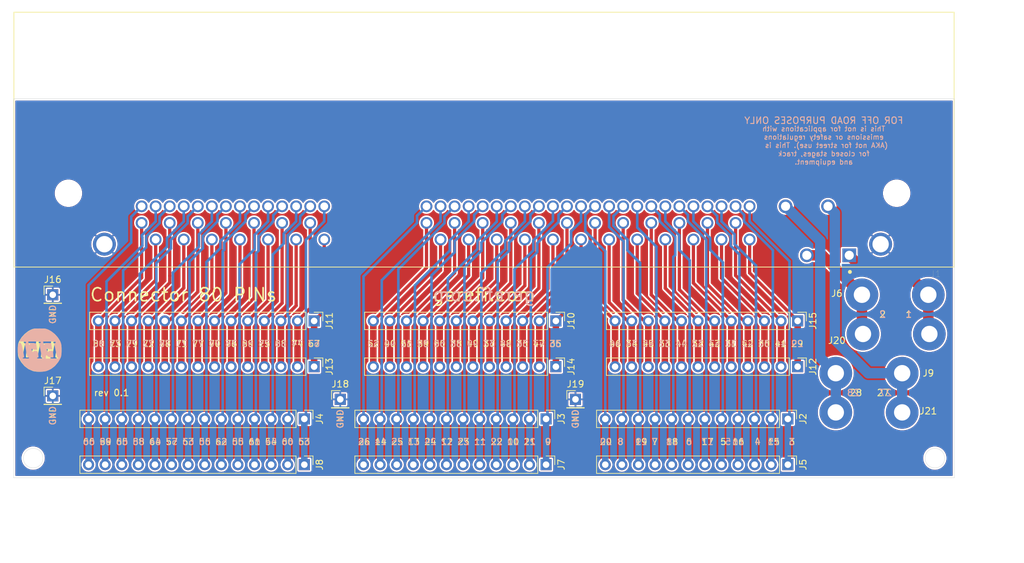
<source format=kicad_pcb>
(kicad_pcb (version 20171130) (host pcbnew "(5.1.7)-1")
  (layers (0 F.Cu signal) (31 B.Cu signal) (34 B.Paste user) (35 F.Paste user) (36 B.SilkS user) (37 F.SilkS user) (38 B.Mask user) (39 F.Mask user) (44 Edge.Cuts user))
  (net 0 "")
  (net 1 "Net-(J1-Pad59)")
  (net 2 "Net-(J1-Pad58)")
  (net 3 "Net-(J1-Pad57)")
  (net 4 "Net-(J1-Pad56)")
  (net 5 "Net-(J1-Pad55)")
  (net 6 "Net-(J1-Pad54)")
  (net 7 "Net-(J1-Pad53)")
  (net 8 "Net-(J1-Pad14)")
  (net 9 "Net-(J1-Pad13)")
  (net 10 "Net-(J1-Pad12)")
  (net 11 "Net-(J1-Pad11)")
  (net 12 "Net-(J1-Pad10)")
  (net 13 "Net-(J1-Pad9)")
  (net 14 "Net-(J1-Pad8)")
  (net 15 "Net-(J1-Pad7)")
  (net 16 "Net-(J1-Pad6)")
  (net 17 "Net-(J1-Pad5)")
  (net 18 "Net-(J1-Pad4)")
  (net 19 "Net-(J1-Pad3)")
  (net 20 "Net-(J1-Pad66)")
  (net 21 "Net-(J1-Pad65)")
  (net 22 "Net-(J1-Pad64)")
  (net 23 "Net-(J1-Pad63)")
  (net 24 "Net-(J1-Pad62)")
  (net 25 "Net-(J1-Pad61)")
  (net 26 "Net-(J1-Pad60)")
  (net 27 "Net-(J1-Pad26)")
  (net 28 "Net-(J1-Pad25)")
  (net 29 "Net-(J1-Pad24)")
  (net 30 "Net-(J1-Pad23)")
  (net 31 "Net-(J1-Pad22)")
  (net 32 "Net-(J1-Pad21)")
  (net 33 "Net-(J1-Pad20)")
  (net 34 "Net-(J1-Pad19)")
  (net 35 "Net-(J1-Pad18)")
  (net 36 "Net-(J1-Pad17)")
  (net 37 "Net-(J1-Pad16)")
  (net 38 "Net-(J1-Pad15)")
  (net 39 "Net-(J1-Pad80)")
  (net 40 "Net-(J1-Pad73)")
  (net 41 "Net-(J1-Pad79)")
  (net 42 "Net-(J1-Pad72)")
  (net 43 "Net-(J1-Pad78)")
  (net 44 "Net-(J1-Pad71)")
  (net 45 "Net-(J1-Pad77)")
  (net 46 "Net-(J1-Pad70)")
  (net 47 "Net-(J1-Pad76)")
  (net 48 "Net-(J1-Pad69)")
  (net 49 "Net-(J1-Pad75)")
  (net 50 "Net-(J1-Pad68)")
  (net 51 "Net-(J1-Pad74)")
  (net 52 "Net-(J1-Pad67)")
  (net 53 "Net-(J1-Pad52)")
  (net 54 "Net-(J1-Pad40)")
  (net 55 "Net-(J1-Pad51)")
  (net 56 "Net-(J1-Pad39)")
  (net 57 "Net-(J1-Pad50)")
  (net 58 "Net-(J1-Pad38)")
  (net 59 "Net-(J1-Pad49)")
  (net 60 "Net-(J1-Pad37)")
  (net 61 "Net-(J1-Pad48)")
  (net 62 "Net-(J1-Pad36)")
  (net 63 "Net-(J1-Pad47)")
  (net 64 "Net-(J1-Pad35)")
  (net 65 "Net-(J1-Pad46)")
  (net 66 "Net-(J1-Pad34)")
  (net 67 "Net-(J1-Pad45)")
  (net 68 "Net-(J1-Pad33)")
  (net 69 "Net-(J1-Pad44)")
  (net 70 "Net-(J1-Pad32)")
  (net 71 "Net-(J1-Pad43)")
  (net 72 "Net-(J1-Pad31)")
  (net 73 "Net-(J1-Pad42)")
  (net 74 "Net-(J1-Pad30)")
  (net 75 "Net-(J1-Pad41)")
  (net 76 "Net-(J1-Pad29)")
  (net 77 "Net-(J1-Pad1)")
  (net 78 "Net-(J1-Pad2)")
  (net 79 "Net-(J1-Pad27)")
  (net 80 "Net-(J1-Pad28)")
  (net 81 Earth)
  (module gerefi:Off_Road_Disclaimer (layer B.Cu) (at 159 62.5 180)
    (fp_text reference G? hide)
    (fp_text value Disclaimer hide)
    (fp_text user "FOR OFF ROAD PURPOSES ONLY" (at 0 3.175) (layer B.SilkS) (effects (justify mirror)))
    (fp_text user "This is not for applications with" (at 0 1.905) (layer B.SilkS) (effects (font (size 0.762 0.762) (thickness 0.127)) (justify mirror)))
    (fp_text user "emissions or safety regulations" (at 0 0.635) (layer B.SilkS) (effects (font (size 0.762 0.762) (thickness 0.127)) (justify mirror)))
    (fp_text user "(AKA not for street use). This is " (at -0.127 -0.635) (layer B.SilkS) (effects (font (size 0.762 0.762) (thickness 0.127)) (justify mirror)))
    (fp_text user "for closed stages, track" (at 0 -1.905) (layer B.SilkS) (effects (font (size 0.762 0.762) (thickness 0.127)) (justify mirror)))
    (fp_text user "and equipment." (at 0 -3.175) (layer B.SilkS) (effects (font (size 0.762 0.762) (thickness 0.127)) (justify mirror)))
  )
  (module gerefi:LOGO (layer F.Cu) (at 39 94.5)
    (fp_text reference G? hide)
    (fp_text value LOGO hide)
  )
  (module gerefi:LOGO (layer B.Cu) (at 39 94.5 180)
    (fp_text reference G? hide)
    (fp_text value LOGO hide)
  )
  (module Wire_Connections_Bridges:WireConnection_2.50mmDrill (layer F.Cu) (at 171 98 180)
    (fp_text reference J9 (at -4 0) (layer F.SilkS))
    (fp_text value Screw_Terminal_01x02)
    (pad 2 thru_hole circle (at 10.16 0 180) (size 5.00126 5.00126) (drill 2.49936) (layers *.Cu *.Mask) (net 80 "Net-(J1-Pad28)"))
    (pad 1 thru_hole circle (at 0 0 180) (size 5.00126 5.00126) (drill 2.49936) (layers *.Cu *.Mask) (net 79 "Net-(J1-Pad27)"))
  )
  (module gerefi:8-1393476-0 (layer F.Cu) (at 107 75 180)
    (fp_text reference J1 (at -69.100075 -7.810275) (layer F.SilkS) (effects (font (size 1.001961 1.001961) (thickness 0.015))))
    (fp_text value 8-1393476-0)
    (pad 59 thru_hole circle (at 50.25 2.54 180) (size 1.8 1.8) (drill 1.2) (layers *.Cu *.Mask) (net 1 "Net-(J1-Pad59)"))
    (pad 58 thru_hole circle (at 45.95 2.54 180) (size 1.8 1.8) (drill 1.2) (layers *.Cu *.Mask) (net 2 "Net-(J1-Pad58)"))
    (pad 57 thru_hole circle (at 41.65 2.54 180) (size 1.8 1.8) (drill 1.2) (layers *.Cu *.Mask) (net 3 "Net-(J1-Pad57)"))
    (pad 56 thru_hole circle (at 37.35 2.54 180) (size 1.8 1.8) (drill 1.2) (layers *.Cu *.Mask) (net 4 "Net-(J1-Pad56)"))
    (pad 55 thru_hole circle (at 33.05 2.54 180) (size 1.8 1.8) (drill 1.2) (layers *.Cu *.Mask) (net 5 "Net-(J1-Pad55)"))
    (pad 54 thru_hole circle (at 28.75 2.54 180) (size 1.8 1.8) (drill 1.2) (layers *.Cu *.Mask) (net 6 "Net-(J1-Pad54)"))
    (pad 53 thru_hole circle (at 24.45 2.54 180) (size 1.8 1.8) (drill 1.2) (layers *.Cu *.Mask) (net 7 "Net-(J1-Pad53)"))
    (pad 14 thru_hole circle (at 6.65 2.54 180) (size 1.8 1.8) (drill 1.2) (layers *.Cu *.Mask) (net 8 "Net-(J1-Pad14)"))
    (pad 13 thru_hole circle (at 2.35 2.54 180) (size 1.8 1.8) (drill 1.2) (layers *.Cu *.Mask) (net 9 "Net-(J1-Pad13)"))
    (pad 12 thru_hole circle (at -1.95 2.54 180) (size 1.8 1.8) (drill 1.2) (layers *.Cu *.Mask) (net 10 "Net-(J1-Pad12)"))
    (pad 11 thru_hole circle (at -6.25 2.54 180) (size 1.8 1.8) (drill 1.2) (layers *.Cu *.Mask) (net 11 "Net-(J1-Pad11)"))
    (pad 10 thru_hole circle (at -10.55 2.54 180) (size 1.8 1.8) (drill 1.2) (layers *.Cu *.Mask) (net 12 "Net-(J1-Pad10)"))
    (pad 9 thru_hole circle (at -14.85 2.54 180) (size 1.8 1.8) (drill 1.2) (layers *.Cu *.Mask) (net 13 "Net-(J1-Pad9)"))
    (pad 8 thru_hole circle (at -19.15 2.54 180) (size 1.8 1.8) (drill 1.2) (layers *.Cu *.Mask) (net 14 "Net-(J1-Pad8)"))
    (pad 7 thru_hole circle (at -23.45 2.54 180) (size 1.8 1.8) (drill 1.2) (layers *.Cu *.Mask) (net 15 "Net-(J1-Pad7)"))
    (pad 6 thru_hole circle (at -27.75 2.54 180) (size 1.8 1.8) (drill 1.2) (layers *.Cu *.Mask) (net 16 "Net-(J1-Pad6)"))
    (pad 5 thru_hole circle (at -32.05 2.54 180) (size 1.8 1.8) (drill 1.2) (layers *.Cu *.Mask) (net 17 "Net-(J1-Pad5)"))
    (pad 4 thru_hole circle (at -36.35 2.54 180) (size 1.8 1.8) (drill 1.2) (layers *.Cu *.Mask) (net 18 "Net-(J1-Pad4)"))
    (pad 3 thru_hole circle (at -40.65 2.54 180) (size 1.8 1.8) (drill 1.2) (layers *.Cu *.Mask) (net 19 "Net-(J1-Pad3)"))
    (pad 66 thru_hole circle (at 52.4 2.54 180) (size 1.8 1.8) (drill 1.2) (layers *.Cu *.Mask) (net 20 "Net-(J1-Pad66)"))
    (pad 65 thru_hole circle (at 48.1 2.54 180) (size 1.8 1.8) (drill 1.2) (layers *.Cu *.Mask) (net 21 "Net-(J1-Pad65)"))
    (pad 64 thru_hole circle (at 43.8 2.54 180) (size 1.8 1.8) (drill 1.2) (layers *.Cu *.Mask) (net 22 "Net-(J1-Pad64)"))
    (pad 63 thru_hole circle (at 39.5 2.54 180) (size 1.8 1.8) (drill 1.2) (layers *.Cu *.Mask) (net 23 "Net-(J1-Pad63)"))
    (pad 62 thru_hole circle (at 35.2 2.54 180) (size 1.8 1.8) (drill 1.2) (layers *.Cu *.Mask) (net 24 "Net-(J1-Pad62)"))
    (pad 61 thru_hole circle (at 30.9 2.54 180) (size 1.8 1.8) (drill 1.2) (layers *.Cu *.Mask) (net 25 "Net-(J1-Pad61)"))
    (pad 60 thru_hole circle (at 26.6 2.54 180) (size 1.8 1.8) (drill 1.2) (layers *.Cu *.Mask) (net 26 "Net-(J1-Pad60)"))
    (pad 26 thru_hole circle (at 8.8 2.54 180) (size 1.8 1.8) (drill 1.2) (layers *.Cu *.Mask) (net 27 "Net-(J1-Pad26)"))
    (pad 25 thru_hole circle (at 4.5 2.54 180) (size 1.8 1.8) (drill 1.2) (layers *.Cu *.Mask) (net 28 "Net-(J1-Pad25)"))
    (pad 24 thru_hole circle (at 0.2 2.54 180) (size 1.8 1.8) (drill 1.2) (layers *.Cu *.Mask) (net 29 "Net-(J1-Pad24)"))
    (pad 23 thru_hole circle (at -4.1 2.54 180) (size 1.8 1.8) (drill 1.2) (layers *.Cu *.Mask) (net 30 "Net-(J1-Pad23)"))
    (pad 22 thru_hole circle (at -8.4 2.54 180) (size 1.8 1.8) (drill 1.2) (layers *.Cu *.Mask) (net 31 "Net-(J1-Pad22)"))
    (pad 21 thru_hole circle (at -12.7 2.54 180) (size 1.8 1.8) (drill 1.2) (layers *.Cu *.Mask) (net 32 "Net-(J1-Pad21)"))
    (pad 20 thru_hole circle (at -17 2.54 180) (size 1.8 1.8) (drill 1.2) (layers *.Cu *.Mask) (net 33 "Net-(J1-Pad20)"))
    (pad 19 thru_hole circle (at -21.3 2.54 180) (size 1.8 1.8) (drill 1.2) (layers *.Cu *.Mask) (net 34 "Net-(J1-Pad19)"))
    (pad 18 thru_hole circle (at -25.6 2.54 180) (size 1.8 1.8) (drill 1.2) (layers *.Cu *.Mask) (net 35 "Net-(J1-Pad18)"))
    (pad 17 thru_hole circle (at -29.9 2.54 180) (size 1.8 1.8) (drill 1.2) (layers *.Cu *.Mask) (net 36 "Net-(J1-Pad17)"))
    (pad 16 thru_hole circle (at -34.2 2.54 180) (size 1.8 1.8) (drill 1.2) (layers *.Cu *.Mask) (net 37 "Net-(J1-Pad16)"))
    (pad 15 thru_hole circle (at -38.5 2.54 180) (size 1.8 1.8) (drill 1.2) (layers *.Cu *.Mask) (net 38 "Net-(J1-Pad15)"))
    (pad 80 thru_hole circle (at 52.4 0 180) (size 1.8 1.8) (drill 1.2) (layers *.Cu *.Mask) (net 39 "Net-(J1-Pad80)"))
    (pad 73 thru_hole circle (at 50.25 -2.54 180) (size 1.8 1.8) (drill 1.2) (layers *.Cu *.Mask) (net 40 "Net-(J1-Pad73)"))
    (pad 79 thru_hole circle (at 48.1 0 180) (size 1.8 1.8) (drill 1.2) (layers *.Cu *.Mask) (net 41 "Net-(J1-Pad79)"))
    (pad 72 thru_hole circle (at 45.95 -2.54 180) (size 1.8 1.8) (drill 1.2) (layers *.Cu *.Mask) (net 42 "Net-(J1-Pad72)"))
    (pad 78 thru_hole circle (at 43.8 0 180) (size 1.8 1.8) (drill 1.2) (layers *.Cu *.Mask) (net 43 "Net-(J1-Pad78)"))
    (pad 71 thru_hole circle (at 41.65 -2.54 180) (size 1.8 1.8) (drill 1.2) (layers *.Cu *.Mask) (net 44 "Net-(J1-Pad71)"))
    (pad 77 thru_hole circle (at 39.5 0 180) (size 1.8 1.8) (drill 1.2) (layers *.Cu *.Mask) (net 45 "Net-(J1-Pad77)"))
    (pad 70 thru_hole circle (at 37.35 -2.54 180) (size 1.8 1.8) (drill 1.2) (layers *.Cu *.Mask) (net 46 "Net-(J1-Pad70)"))
    (pad 76 thru_hole circle (at 35.2 0 180) (size 1.8 1.8) (drill 1.2) (layers *.Cu *.Mask) (net 47 "Net-(J1-Pad76)"))
    (pad 69 thru_hole circle (at 33.05 -2.54 180) (size 1.8 1.8) (drill 1.2) (layers *.Cu *.Mask) (net 48 "Net-(J1-Pad69)"))
    (pad 75 thru_hole circle (at 30.9 0 180) (size 1.8 1.8) (drill 1.2) (layers *.Cu *.Mask) (net 49 "Net-(J1-Pad75)"))
    (pad 68 thru_hole circle (at 28.75 -2.54 180) (size 1.8 1.8) (drill 1.2) (layers *.Cu *.Mask) (net 50 "Net-(J1-Pad68)"))
    (pad 74 thru_hole circle (at 26.6 0 180) (size 1.8 1.8) (drill 1.2) (layers *.Cu *.Mask) (net 51 "Net-(J1-Pad74)"))
    (pad 67 thru_hole circle (at 24.45 -2.54 180) (size 1.8 1.8) (drill 1.2) (layers *.Cu *.Mask) (net 52 "Net-(J1-Pad67)"))
    (pad 52 thru_hole circle (at 8.8 0 180) (size 1.8 1.8) (drill 1.2) (layers *.Cu *.Mask) (net 53 "Net-(J1-Pad52)"))
    (pad 40 thru_hole circle (at 6.65 -2.54 180) (size 1.8 1.8) (drill 1.2) (layers *.Cu *.Mask) (net 54 "Net-(J1-Pad40)"))
    (pad 51 thru_hole circle (at 4.5 0 180) (size 1.8 1.8) (drill 1.2) (layers *.Cu *.Mask) (net 55 "Net-(J1-Pad51)"))
    (pad 39 thru_hole circle (at 2.35 -2.54 180) (size 1.8 1.8) (drill 1.2) (layers *.Cu *.Mask) (net 56 "Net-(J1-Pad39)"))
    (pad 50 thru_hole circle (at 0.2 0 180) (size 1.8 1.8) (drill 1.2) (layers *.Cu *.Mask) (net 57 "Net-(J1-Pad50)"))
    (pad 38 thru_hole circle (at -1.95 -2.54 180) (size 1.8 1.8) (drill 1.2) (layers *.Cu *.Mask) (net 58 "Net-(J1-Pad38)"))
    (pad 49 thru_hole circle (at -4.1 0 180) (size 1.8 1.8) (drill 1.2) (layers *.Cu *.Mask) (net 59 "Net-(J1-Pad49)"))
    (pad 37 thru_hole circle (at -6.25 -2.54 180) (size 1.8 1.8) (drill 1.2) (layers *.Cu *.Mask) (net 60 "Net-(J1-Pad37)"))
    (pad 48 thru_hole circle (at -8.4 0 180) (size 1.8 1.8) (drill 1.2) (layers *.Cu *.Mask) (net 61 "Net-(J1-Pad48)"))
    (pad 36 thru_hole circle (at -10.55 -2.54 180) (size 1.8 1.8) (drill 1.2) (layers *.Cu *.Mask) (net 62 "Net-(J1-Pad36)"))
    (pad 47 thru_hole circle (at -12.7 0 180) (size 1.8 1.8) (drill 1.2) (layers *.Cu *.Mask) (net 63 "Net-(J1-Pad47)"))
    (pad 35 thru_hole circle (at -14.85 -2.54 180) (size 1.8 1.8) (drill 1.2) (layers *.Cu *.Mask) (net 64 "Net-(J1-Pad35)"))
    (pad 46 thru_hole circle (at -17 0 180) (size 1.8 1.8) (drill 1.2) (layers *.Cu *.Mask) (net 65 "Net-(J1-Pad46)"))
    (pad 34 thru_hole circle (at -19.15 -2.54 180) (size 1.8 1.8) (drill 1.2) (layers *.Cu *.Mask) (net 66 "Net-(J1-Pad34)"))
    (pad 45 thru_hole circle (at -21.3 0 180) (size 1.8 1.8) (drill 1.2) (layers *.Cu *.Mask) (net 67 "Net-(J1-Pad45)"))
    (pad 33 thru_hole circle (at -23.45 -2.54 180) (size 1.8 1.8) (drill 1.2) (layers *.Cu *.Mask) (net 68 "Net-(J1-Pad33)"))
    (pad 44 thru_hole circle (at -25.6 0 180) (size 1.8 1.8) (drill 1.2) (layers *.Cu *.Mask) (net 69 "Net-(J1-Pad44)"))
    (pad 32 thru_hole circle (at -27.75 -2.54 180) (size 1.8 1.8) (drill 1.2) (layers *.Cu *.Mask) (net 70 "Net-(J1-Pad32)"))
    (pad 43 thru_hole circle (at -29.9 0 180) (size 1.8 1.8) (drill 1.2) (layers *.Cu *.Mask) (net 71 "Net-(J1-Pad43)"))
    (pad 31 thru_hole circle (at -32.05 -2.54 180) (size 1.8 1.8) (drill 1.2) (layers *.Cu *.Mask) (net 72 "Net-(J1-Pad31)"))
    (pad 42 thru_hole circle (at -34.2 0 180) (size 1.8 1.8) (drill 1.2) (layers *.Cu *.Mask) (net 73 "Net-(J1-Pad42)"))
    (pad 30 thru_hole circle (at -36.35 -2.54 180) (size 1.8 1.8) (drill 1.2) (layers *.Cu *.Mask) (net 74 "Net-(J1-Pad30)"))
    (pad 41 thru_hole circle (at -38.5 0 180) (size 1.8 1.8) (drill 1.2) (layers *.Cu *.Mask) (net 75 "Net-(J1-Pad41)"))
    (pad 29 thru_hole circle (at -40.65 -2.54 180) (size 1.8 1.8) (drill 1.2) (layers *.Cu *.Mask) (net 76 "Net-(J1-Pad29)"))
    (pad None np_thru_hole circle (at -63.16 4.54 180) (size 3.7 3.7) (drill 3.7) (layers *.Cu *.Mask))
    (pad 81 thru_hole circle (at -60.7 -3.26 180) (size 3.516 3.516) (drill 2.5) (layers *.Cu *.Mask) (net 81 Earth))
    (pad 1 thru_hole rect (at -55.9 -4.96 180) (size 2.1 2.1) (drill 1.4) (layers *.Cu *.Mask) (net 77 "Net-(J1-Pad1)"))
    (pad None np_thru_hole circle (at 63.6 4.54 180) (size 3.7 3.7) (drill 3.7) (layers *.Cu *.Mask))
    (pad 82 thru_hole circle (at 58.1 -3.26 180) (size 3.516 3.516) (drill 2.5) (layers *.Cu *.Mask) (net 81 Earth))
    (pad 2 thru_hole circle (at -49.4 -4.96 180) (size 2.1 2.1) (drill 1.4) (layers *.Cu *.Mask) (net 78 "Net-(J1-Pad2)"))
    (pad 27 thru_hole circle (at -52.65 2.54 180) (size 2.1 2.1) (drill 1.4) (layers *.Cu *.Mask) (net 79 "Net-(J1-Pad27)"))
    (pad 28 thru_hole circle (at -46.15 2.54 180) (size 2.1 2.1) (drill 1.4) (layers *.Cu *.Mask) (net 80 "Net-(J1-Pad28)"))
  )
  (module Pin_Headers:Pin_Header_Straight_1x12_Pitch2.54mm (layer F.Cu) (at 153.5 105 270)
    (fp_text reference J2 (at 0 -2.33 90) (layer F.SilkS))
    (fp_text value Conn_01x12)
    (pad 1 thru_hole rect (at 0 0 270) (size 1.7 1.7) (drill 1) (layers *.Cu *.Mask) (net 19 "Net-(J1-Pad3)"))
    (pad 2 thru_hole oval (at 0 2.54 270) (size 1.7 1.7) (drill 1) (layers *.Cu *.Mask) (net 38 "Net-(J1-Pad15)"))
    (pad 3 thru_hole oval (at 0 5.08 270) (size 1.7 1.7) (drill 1) (layers *.Cu *.Mask) (net 18 "Net-(J1-Pad4)"))
    (pad 4 thru_hole oval (at 0 7.62 270) (size 1.7 1.7) (drill 1) (layers *.Cu *.Mask) (net 37 "Net-(J1-Pad16)"))
    (pad 5 thru_hole oval (at 0 10.16 270) (size 1.7 1.7) (drill 1) (layers *.Cu *.Mask) (net 17 "Net-(J1-Pad5)"))
    (pad 6 thru_hole oval (at 0 12.7 270) (size 1.7 1.7) (drill 1) (layers *.Cu *.Mask) (net 36 "Net-(J1-Pad17)"))
    (pad 7 thru_hole oval (at 0 15.24 270) (size 1.7 1.7) (drill 1) (layers *.Cu *.Mask) (net 16 "Net-(J1-Pad6)"))
    (pad 8 thru_hole oval (at 0 17.78 270) (size 1.7 1.7) (drill 1) (layers *.Cu *.Mask) (net 35 "Net-(J1-Pad18)"))
    (pad 9 thru_hole oval (at 0 20.32 270) (size 1.7 1.7) (drill 1) (layers *.Cu *.Mask) (net 15 "Net-(J1-Pad7)"))
    (pad 10 thru_hole oval (at 0 22.86 270) (size 1.7 1.7) (drill 1) (layers *.Cu *.Mask) (net 34 "Net-(J1-Pad19)"))
    (pad 11 thru_hole oval (at 0 25.4 270) (size 1.7 1.7) (drill 1) (layers *.Cu *.Mask) (net 14 "Net-(J1-Pad8)"))
    (pad 12 thru_hole oval (at 0 27.94 270) (size 1.7 1.7) (drill 1) (layers *.Cu *.Mask) (net 33 "Net-(J1-Pad20)"))
  )
  (module Pin_Headers:Pin_Header_Straight_1x12_Pitch2.54mm (layer F.Cu) (at 116.5 105 270)
    (fp_text reference J3 (at 0 -2.33 90) (layer F.SilkS))
    (fp_text value Conn_01x12)
    (pad 1 thru_hole rect (at 0 0 270) (size 1.7 1.7) (drill 1) (layers *.Cu *.Mask) (net 13 "Net-(J1-Pad9)"))
    (pad 2 thru_hole oval (at 0 2.54 270) (size 1.7 1.7) (drill 1) (layers *.Cu *.Mask) (net 32 "Net-(J1-Pad21)"))
    (pad 3 thru_hole oval (at 0 5.08 270) (size 1.7 1.7) (drill 1) (layers *.Cu *.Mask) (net 12 "Net-(J1-Pad10)"))
    (pad 4 thru_hole oval (at 0 7.62 270) (size 1.7 1.7) (drill 1) (layers *.Cu *.Mask) (net 31 "Net-(J1-Pad22)"))
    (pad 5 thru_hole oval (at 0 10.16 270) (size 1.7 1.7) (drill 1) (layers *.Cu *.Mask) (net 11 "Net-(J1-Pad11)"))
    (pad 6 thru_hole oval (at 0 12.7 270) (size 1.7 1.7) (drill 1) (layers *.Cu *.Mask) (net 30 "Net-(J1-Pad23)"))
    (pad 7 thru_hole oval (at 0 15.24 270) (size 1.7 1.7) (drill 1) (layers *.Cu *.Mask) (net 10 "Net-(J1-Pad12)"))
    (pad 8 thru_hole oval (at 0 17.78 270) (size 1.7 1.7) (drill 1) (layers *.Cu *.Mask) (net 29 "Net-(J1-Pad24)"))
    (pad 9 thru_hole oval (at 0 20.32 270) (size 1.7 1.7) (drill 1) (layers *.Cu *.Mask) (net 9 "Net-(J1-Pad13)"))
    (pad 10 thru_hole oval (at 0 22.86 270) (size 1.7 1.7) (drill 1) (layers *.Cu *.Mask) (net 28 "Net-(J1-Pad25)"))
    (pad 11 thru_hole oval (at 0 25.4 270) (size 1.7 1.7) (drill 1) (layers *.Cu *.Mask) (net 8 "Net-(J1-Pad14)"))
    (pad 12 thru_hole oval (at 0 27.94 270) (size 1.7 1.7) (drill 1) (layers *.Cu *.Mask) (net 27 "Net-(J1-Pad26)"))
  )
  (module Pin_Headers:Pin_Header_Straight_1x14_Pitch2.54mm (layer F.Cu) (at 79.5 105 270)
    (fp_text reference J4 (at 0 -2.33 90) (layer F.SilkS))
    (fp_text value Conn_01x14)
    (pad 1 thru_hole rect (at 0 0 270) (size 1.7 1.7) (drill 1) (layers *.Cu *.Mask) (net 7 "Net-(J1-Pad53)"))
    (pad 2 thru_hole oval (at 0 2.54 270) (size 1.7 1.7) (drill 1) (layers *.Cu *.Mask) (net 26 "Net-(J1-Pad60)"))
    (pad 3 thru_hole oval (at 0 5.08 270) (size 1.7 1.7) (drill 1) (layers *.Cu *.Mask) (net 6 "Net-(J1-Pad54)"))
    (pad 4 thru_hole oval (at 0 7.62 270) (size 1.7 1.7) (drill 1) (layers *.Cu *.Mask) (net 25 "Net-(J1-Pad61)"))
    (pad 5 thru_hole oval (at 0 10.16 270) (size 1.7 1.7) (drill 1) (layers *.Cu *.Mask) (net 5 "Net-(J1-Pad55)"))
    (pad 6 thru_hole oval (at 0 12.7 270) (size 1.7 1.7) (drill 1) (layers *.Cu *.Mask) (net 24 "Net-(J1-Pad62)"))
    (pad 7 thru_hole oval (at 0 15.24 270) (size 1.7 1.7) (drill 1) (layers *.Cu *.Mask) (net 4 "Net-(J1-Pad56)"))
    (pad 8 thru_hole oval (at 0 17.78 270) (size 1.7 1.7) (drill 1) (layers *.Cu *.Mask) (net 23 "Net-(J1-Pad63)"))
    (pad 9 thru_hole oval (at 0 20.32 270) (size 1.7 1.7) (drill 1) (layers *.Cu *.Mask) (net 3 "Net-(J1-Pad57)"))
    (pad 10 thru_hole oval (at 0 22.86 270) (size 1.7 1.7) (drill 1) (layers *.Cu *.Mask) (net 22 "Net-(J1-Pad64)"))
    (pad 11 thru_hole oval (at 0 25.4 270) (size 1.7 1.7) (drill 1) (layers *.Cu *.Mask) (net 2 "Net-(J1-Pad58)"))
    (pad 12 thru_hole oval (at 0 27.94 270) (size 1.7 1.7) (drill 1) (layers *.Cu *.Mask) (net 21 "Net-(J1-Pad65)"))
    (pad 13 thru_hole oval (at 0 30.48 270) (size 1.7 1.7) (drill 1) (layers *.Cu *.Mask) (net 1 "Net-(J1-Pad59)"))
    (pad 14 thru_hole oval (at 0 33.02 270) (size 1.7 1.7) (drill 1) (layers *.Cu *.Mask) (net 20 "Net-(J1-Pad66)"))
  )
  (module Pin_Headers:Pin_Header_Straight_1x12_Pitch2.54mm (layer F.Cu) (at 153.5 112 270)
    (fp_text reference J5 (at 0 -2.33 90) (layer F.SilkS))
    (fp_text value Conn_01x12)
    (pad 12 thru_hole oval (at 0 27.94 270) (size 1.7 1.7) (drill 1) (layers *.Cu *.Mask) (net 33 "Net-(J1-Pad20)"))
    (pad 11 thru_hole oval (at 0 25.4 270) (size 1.7 1.7) (drill 1) (layers *.Cu *.Mask) (net 14 "Net-(J1-Pad8)"))
    (pad 10 thru_hole oval (at 0 22.86 270) (size 1.7 1.7) (drill 1) (layers *.Cu *.Mask) (net 34 "Net-(J1-Pad19)"))
    (pad 9 thru_hole oval (at 0 20.32 270) (size 1.7 1.7) (drill 1) (layers *.Cu *.Mask) (net 15 "Net-(J1-Pad7)"))
    (pad 8 thru_hole oval (at 0 17.78 270) (size 1.7 1.7) (drill 1) (layers *.Cu *.Mask) (net 35 "Net-(J1-Pad18)"))
    (pad 7 thru_hole oval (at 0 15.24 270) (size 1.7 1.7) (drill 1) (layers *.Cu *.Mask) (net 16 "Net-(J1-Pad6)"))
    (pad 6 thru_hole oval (at 0 12.7 270) (size 1.7 1.7) (drill 1) (layers *.Cu *.Mask) (net 36 "Net-(J1-Pad17)"))
    (pad 5 thru_hole oval (at 0 10.16 270) (size 1.7 1.7) (drill 1) (layers *.Cu *.Mask) (net 17 "Net-(J1-Pad5)"))
    (pad 4 thru_hole oval (at 0 7.62 270) (size 1.7 1.7) (drill 1) (layers *.Cu *.Mask) (net 37 "Net-(J1-Pad16)"))
    (pad 3 thru_hole oval (at 0 5.08 270) (size 1.7 1.7) (drill 1) (layers *.Cu *.Mask) (net 18 "Net-(J1-Pad4)"))
    (pad 2 thru_hole oval (at 0 2.54 270) (size 1.7 1.7) (drill 1) (layers *.Cu *.Mask) (net 38 "Net-(J1-Pad15)"))
    (pad 1 thru_hole rect (at 0 0 270) (size 1.7 1.7) (drill 1) (layers *.Cu *.Mask) (net 19 "Net-(J1-Pad3)"))
  )
  (module Wire_Connections_Bridges:WireConnection_2.50mmDrill (layer F.Cu) (at 175 86 180)
    (fp_text reference J6 (at 14 0.2032) (layer F.SilkS))
    (fp_text value Screw_Terminal_01x02)
    (pad 1 thru_hole circle (at 0 0 180) (size 5.00126 5.00126) (drill 2.49936) (layers *.Cu *.Mask) (net 77 "Net-(J1-Pad1)"))
    (pad 2 thru_hole circle (at 10.16 0 180) (size 5.00126 5.00126) (drill 2.49936) (layers *.Cu *.Mask) (net 78 "Net-(J1-Pad2)"))
  )
  (module Pin_Headers:Pin_Header_Straight_1x12_Pitch2.54mm (layer F.Cu) (at 116.5 112 270)
    (fp_text reference J7 (at 0 -2.33 90) (layer F.SilkS))
    (fp_text value Conn_01x12)
    (pad 12 thru_hole oval (at 0 27.94 270) (size 1.7 1.7) (drill 1) (layers *.Cu *.Mask) (net 27 "Net-(J1-Pad26)"))
    (pad 11 thru_hole oval (at 0 25.4 270) (size 1.7 1.7) (drill 1) (layers *.Cu *.Mask) (net 8 "Net-(J1-Pad14)"))
    (pad 10 thru_hole oval (at 0 22.86 270) (size 1.7 1.7) (drill 1) (layers *.Cu *.Mask) (net 28 "Net-(J1-Pad25)"))
    (pad 9 thru_hole oval (at 0 20.32 270) (size 1.7 1.7) (drill 1) (layers *.Cu *.Mask) (net 9 "Net-(J1-Pad13)"))
    (pad 8 thru_hole oval (at 0 17.78 270) (size 1.7 1.7) (drill 1) (layers *.Cu *.Mask) (net 29 "Net-(J1-Pad24)"))
    (pad 7 thru_hole oval (at 0 15.24 270) (size 1.7 1.7) (drill 1) (layers *.Cu *.Mask) (net 10 "Net-(J1-Pad12)"))
    (pad 6 thru_hole oval (at 0 12.7 270) (size 1.7 1.7) (drill 1) (layers *.Cu *.Mask) (net 30 "Net-(J1-Pad23)"))
    (pad 5 thru_hole oval (at 0 10.16 270) (size 1.7 1.7) (drill 1) (layers *.Cu *.Mask) (net 11 "Net-(J1-Pad11)"))
    (pad 4 thru_hole oval (at 0 7.62 270) (size 1.7 1.7) (drill 1) (layers *.Cu *.Mask) (net 31 "Net-(J1-Pad22)"))
    (pad 3 thru_hole oval (at 0 5.08 270) (size 1.7 1.7) (drill 1) (layers *.Cu *.Mask) (net 12 "Net-(J1-Pad10)"))
    (pad 2 thru_hole oval (at 0 2.54 270) (size 1.7 1.7) (drill 1) (layers *.Cu *.Mask) (net 32 "Net-(J1-Pad21)"))
    (pad 1 thru_hole rect (at 0 0 270) (size 1.7 1.7) (drill 1) (layers *.Cu *.Mask) (net 13 "Net-(J1-Pad9)"))
  )
  (module Pin_Headers:Pin_Header_Straight_1x14_Pitch2.54mm (layer F.Cu) (at 79.5 112 270)
    (fp_text reference J8 (at 0 -2.33 90) (layer F.SilkS))
    (fp_text value Conn_01x14)
    (pad 14 thru_hole oval (at 0 33.02 270) (size 1.7 1.7) (drill 1) (layers *.Cu *.Mask) (net 20 "Net-(J1-Pad66)"))
    (pad 13 thru_hole oval (at 0 30.48 270) (size 1.7 1.7) (drill 1) (layers *.Cu *.Mask) (net 1 "Net-(J1-Pad59)"))
    (pad 12 thru_hole oval (at 0 27.94 270) (size 1.7 1.7) (drill 1) (layers *.Cu *.Mask) (net 21 "Net-(J1-Pad65)"))
    (pad 11 thru_hole oval (at 0 25.4 270) (size 1.7 1.7) (drill 1) (layers *.Cu *.Mask) (net 2 "Net-(J1-Pad58)"))
    (pad 10 thru_hole oval (at 0 22.86 270) (size 1.7 1.7) (drill 1) (layers *.Cu *.Mask) (net 22 "Net-(J1-Pad64)"))
    (pad 9 thru_hole oval (at 0 20.32 270) (size 1.7 1.7) (drill 1) (layers *.Cu *.Mask) (net 3 "Net-(J1-Pad57)"))
    (pad 8 thru_hole oval (at 0 17.78 270) (size 1.7 1.7) (drill 1) (layers *.Cu *.Mask) (net 23 "Net-(J1-Pad63)"))
    (pad 7 thru_hole oval (at 0 15.24 270) (size 1.7 1.7) (drill 1) (layers *.Cu *.Mask) (net 4 "Net-(J1-Pad56)"))
    (pad 6 thru_hole oval (at 0 12.7 270) (size 1.7 1.7) (drill 1) (layers *.Cu *.Mask) (net 24 "Net-(J1-Pad62)"))
    (pad 5 thru_hole oval (at 0 10.16 270) (size 1.7 1.7) (drill 1) (layers *.Cu *.Mask) (net 5 "Net-(J1-Pad55)"))
    (pad 4 thru_hole oval (at 0 7.62 270) (size 1.7 1.7) (drill 1) (layers *.Cu *.Mask) (net 25 "Net-(J1-Pad61)"))
    (pad 3 thru_hole oval (at 0 5.08 270) (size 1.7 1.7) (drill 1) (layers *.Cu *.Mask) (net 6 "Net-(J1-Pad54)"))
    (pad 2 thru_hole oval (at 0 2.54 270) (size 1.7 1.7) (drill 1) (layers *.Cu *.Mask) (net 26 "Net-(J1-Pad60)"))
    (pad 1 thru_hole rect (at 0 0 270) (size 1.7 1.7) (drill 1) (layers *.Cu *.Mask) (net 7 "Net-(J1-Pad53)"))
  )
  (module Pin_Headers:Pin_Header_Straight_1x12_Pitch2.54mm (layer F.Cu) (at 118 90 270)
    (fp_text reference J10 (at 0 -2.33 90) (layer F.SilkS))
    (fp_text value Conn_01x12)
    (pad 1 thru_hole rect (at 0 0 270) (size 1.7 1.7) (drill 1) (layers *.Cu *.Mask) (net 64 "Net-(J1-Pad35)"))
    (pad 2 thru_hole oval (at 0 2.54 270) (size 1.7 1.7) (drill 1) (layers *.Cu *.Mask) (net 63 "Net-(J1-Pad47)"))
    (pad 3 thru_hole oval (at 0 5.08 270) (size 1.7 1.7) (drill 1) (layers *.Cu *.Mask) (net 62 "Net-(J1-Pad36)"))
    (pad 4 thru_hole oval (at 0 7.62 270) (size 1.7 1.7) (drill 1) (layers *.Cu *.Mask) (net 61 "Net-(J1-Pad48)"))
    (pad 5 thru_hole oval (at 0 10.16 270) (size 1.7 1.7) (drill 1) (layers *.Cu *.Mask) (net 60 "Net-(J1-Pad37)"))
    (pad 6 thru_hole oval (at 0 12.7 270) (size 1.7 1.7) (drill 1) (layers *.Cu *.Mask) (net 59 "Net-(J1-Pad49)"))
    (pad 7 thru_hole oval (at 0 15.24 270) (size 1.7 1.7) (drill 1) (layers *.Cu *.Mask) (net 58 "Net-(J1-Pad38)"))
    (pad 8 thru_hole oval (at 0 17.78 270) (size 1.7 1.7) (drill 1) (layers *.Cu *.Mask) (net 57 "Net-(J1-Pad50)"))
    (pad 9 thru_hole oval (at 0 20.32 270) (size 1.7 1.7) (drill 1) (layers *.Cu *.Mask) (net 56 "Net-(J1-Pad39)"))
    (pad 10 thru_hole oval (at 0 22.86 270) (size 1.7 1.7) (drill 1) (layers *.Cu *.Mask) (net 55 "Net-(J1-Pad51)"))
    (pad 11 thru_hole oval (at 0 25.4 270) (size 1.7 1.7) (drill 1) (layers *.Cu *.Mask) (net 54 "Net-(J1-Pad40)"))
    (pad 12 thru_hole oval (at 0 27.94 270) (size 1.7 1.7) (drill 1) (layers *.Cu *.Mask) (net 53 "Net-(J1-Pad52)"))
  )
  (module Pin_Headers:Pin_Header_Straight_1x14_Pitch2.54mm (layer F.Cu) (at 81 90 270)
    (fp_text reference J11 (at 0 -2.33 90) (layer F.SilkS))
    (fp_text value Conn_01x14)
    (pad 14 thru_hole oval (at 0 33.02 270) (size 1.7 1.7) (drill 1) (layers *.Cu *.Mask) (net 39 "Net-(J1-Pad80)"))
    (pad 13 thru_hole oval (at 0 30.48 270) (size 1.7 1.7) (drill 1) (layers *.Cu *.Mask) (net 40 "Net-(J1-Pad73)"))
    (pad 12 thru_hole oval (at 0 27.94 270) (size 1.7 1.7) (drill 1) (layers *.Cu *.Mask) (net 41 "Net-(J1-Pad79)"))
    (pad 11 thru_hole oval (at 0 25.4 270) (size 1.7 1.7) (drill 1) (layers *.Cu *.Mask) (net 42 "Net-(J1-Pad72)"))
    (pad 10 thru_hole oval (at 0 22.86 270) (size 1.7 1.7) (drill 1) (layers *.Cu *.Mask) (net 43 "Net-(J1-Pad78)"))
    (pad 9 thru_hole oval (at 0 20.32 270) (size 1.7 1.7) (drill 1) (layers *.Cu *.Mask) (net 44 "Net-(J1-Pad71)"))
    (pad 8 thru_hole oval (at 0 17.78 270) (size 1.7 1.7) (drill 1) (layers *.Cu *.Mask) (net 45 "Net-(J1-Pad77)"))
    (pad 7 thru_hole oval (at 0 15.24 270) (size 1.7 1.7) (drill 1) (layers *.Cu *.Mask) (net 46 "Net-(J1-Pad70)"))
    (pad 6 thru_hole oval (at 0 12.7 270) (size 1.7 1.7) (drill 1) (layers *.Cu *.Mask) (net 47 "Net-(J1-Pad76)"))
    (pad 5 thru_hole oval (at 0 10.16 270) (size 1.7 1.7) (drill 1) (layers *.Cu *.Mask) (net 48 "Net-(J1-Pad69)"))
    (pad 4 thru_hole oval (at 0 7.62 270) (size 1.7 1.7) (drill 1) (layers *.Cu *.Mask) (net 49 "Net-(J1-Pad75)"))
    (pad 3 thru_hole oval (at 0 5.08 270) (size 1.7 1.7) (drill 1) (layers *.Cu *.Mask) (net 50 "Net-(J1-Pad68)"))
    (pad 2 thru_hole oval (at 0 2.54 270) (size 1.7 1.7) (drill 1) (layers *.Cu *.Mask) (net 51 "Net-(J1-Pad74)"))
    (pad 1 thru_hole rect (at 0 0 270) (size 1.7 1.7) (drill 1) (layers *.Cu *.Mask) (net 52 "Net-(J1-Pad67)"))
  )
  (module Pin_Headers:Pin_Header_Straight_1x12_Pitch2.54mm (layer F.Cu) (at 155 97 270)
    (fp_text reference J12 (at 0 -2.33 90) (layer F.SilkS))
    (fp_text value Conn_01x12)
    (pad 12 thru_hole oval (at 0 27.94 270) (size 1.7 1.7) (drill 1) (layers *.Cu *.Mask) (net 65 "Net-(J1-Pad46)"))
    (pad 11 thru_hole oval (at 0 25.4 270) (size 1.7 1.7) (drill 1) (layers *.Cu *.Mask) (net 66 "Net-(J1-Pad34)"))
    (pad 10 thru_hole oval (at 0 22.86 270) (size 1.7 1.7) (drill 1) (layers *.Cu *.Mask) (net 67 "Net-(J1-Pad45)"))
    (pad 9 thru_hole oval (at 0 20.32 270) (size 1.7 1.7) (drill 1) (layers *.Cu *.Mask) (net 68 "Net-(J1-Pad33)"))
    (pad 8 thru_hole oval (at 0 17.78 270) (size 1.7 1.7) (drill 1) (layers *.Cu *.Mask) (net 69 "Net-(J1-Pad44)"))
    (pad 7 thru_hole oval (at 0 15.24 270) (size 1.7 1.7) (drill 1) (layers *.Cu *.Mask) (net 70 "Net-(J1-Pad32)"))
    (pad 6 thru_hole oval (at 0 12.7 270) (size 1.7 1.7) (drill 1) (layers *.Cu *.Mask) (net 71 "Net-(J1-Pad43)"))
    (pad 5 thru_hole oval (at 0 10.16 270) (size 1.7 1.7) (drill 1) (layers *.Cu *.Mask) (net 72 "Net-(J1-Pad31)"))
    (pad 4 thru_hole oval (at 0 7.62 270) (size 1.7 1.7) (drill 1) (layers *.Cu *.Mask) (net 73 "Net-(J1-Pad42)"))
    (pad 3 thru_hole oval (at 0 5.08 270) (size 1.7 1.7) (drill 1) (layers *.Cu *.Mask) (net 74 "Net-(J1-Pad30)"))
    (pad 2 thru_hole oval (at 0 2.54 270) (size 1.7 1.7) (drill 1) (layers *.Cu *.Mask) (net 75 "Net-(J1-Pad41)"))
    (pad 1 thru_hole rect (at 0 0 270) (size 1.7 1.7) (drill 1) (layers *.Cu *.Mask) (net 76 "Net-(J1-Pad29)"))
  )
  (module Pin_Headers:Pin_Header_Straight_1x14_Pitch2.54mm (layer F.Cu) (at 81 97 270)
    (fp_text reference J13 (at 0 -2.33 90) (layer F.SilkS))
    (fp_text value Conn_01x14)
    (pad 1 thru_hole rect (at 0 0 270) (size 1.7 1.7) (drill 1) (layers *.Cu *.Mask) (net 52 "Net-(J1-Pad67)"))
    (pad 2 thru_hole oval (at 0 2.54 270) (size 1.7 1.7) (drill 1) (layers *.Cu *.Mask) (net 51 "Net-(J1-Pad74)"))
    (pad 3 thru_hole oval (at 0 5.08 270) (size 1.7 1.7) (drill 1) (layers *.Cu *.Mask) (net 50 "Net-(J1-Pad68)"))
    (pad 4 thru_hole oval (at 0 7.62 270) (size 1.7 1.7) (drill 1) (layers *.Cu *.Mask) (net 49 "Net-(J1-Pad75)"))
    (pad 5 thru_hole oval (at 0 10.16 270) (size 1.7 1.7) (drill 1) (layers *.Cu *.Mask) (net 48 "Net-(J1-Pad69)"))
    (pad 6 thru_hole oval (at 0 12.7 270) (size 1.7 1.7) (drill 1) (layers *.Cu *.Mask) (net 47 "Net-(J1-Pad76)"))
    (pad 7 thru_hole oval (at 0 15.24 270) (size 1.7 1.7) (drill 1) (layers *.Cu *.Mask) (net 46 "Net-(J1-Pad70)"))
    (pad 8 thru_hole oval (at 0 17.78 270) (size 1.7 1.7) (drill 1) (layers *.Cu *.Mask) (net 45 "Net-(J1-Pad77)"))
    (pad 9 thru_hole oval (at 0 20.32 270) (size 1.7 1.7) (drill 1) (layers *.Cu *.Mask) (net 44 "Net-(J1-Pad71)"))
    (pad 10 thru_hole oval (at 0 22.86 270) (size 1.7 1.7) (drill 1) (layers *.Cu *.Mask) (net 43 "Net-(J1-Pad78)"))
    (pad 11 thru_hole oval (at 0 25.4 270) (size 1.7 1.7) (drill 1) (layers *.Cu *.Mask) (net 42 "Net-(J1-Pad72)"))
    (pad 12 thru_hole oval (at 0 27.94 270) (size 1.7 1.7) (drill 1) (layers *.Cu *.Mask) (net 41 "Net-(J1-Pad79)"))
    (pad 13 thru_hole oval (at 0 30.48 270) (size 1.7 1.7) (drill 1) (layers *.Cu *.Mask) (net 40 "Net-(J1-Pad73)"))
    (pad 14 thru_hole oval (at 0 33.02 270) (size 1.7 1.7) (drill 1) (layers *.Cu *.Mask) (net 39 "Net-(J1-Pad80)"))
  )
  (module Pin_Headers:Pin_Header_Straight_1x12_Pitch2.54mm (layer F.Cu) (at 118 97 270)
    (fp_text reference J14 (at 0 -2.33 90) (layer F.SilkS))
    (fp_text value Conn_01x12)
    (pad 1 thru_hole rect (at 0 0 270) (size 1.7 1.7) (drill 1) (layers *.Cu *.Mask) (net 64 "Net-(J1-Pad35)"))
    (pad 2 thru_hole oval (at 0 2.54 270) (size 1.7 1.7) (drill 1) (layers *.Cu *.Mask) (net 63 "Net-(J1-Pad47)"))
    (pad 3 thru_hole oval (at 0 5.08 270) (size 1.7 1.7) (drill 1) (layers *.Cu *.Mask) (net 62 "Net-(J1-Pad36)"))
    (pad 4 thru_hole oval (at 0 7.62 270) (size 1.7 1.7) (drill 1) (layers *.Cu *.Mask) (net 61 "Net-(J1-Pad48)"))
    (pad 5 thru_hole oval (at 0 10.16 270) (size 1.7 1.7) (drill 1) (layers *.Cu *.Mask) (net 60 "Net-(J1-Pad37)"))
    (pad 6 thru_hole oval (at 0 12.7 270) (size 1.7 1.7) (drill 1) (layers *.Cu *.Mask) (net 59 "Net-(J1-Pad49)"))
    (pad 7 thru_hole oval (at 0 15.24 270) (size 1.7 1.7) (drill 1) (layers *.Cu *.Mask) (net 58 "Net-(J1-Pad38)"))
    (pad 8 thru_hole oval (at 0 17.78 270) (size 1.7 1.7) (drill 1) (layers *.Cu *.Mask) (net 57 "Net-(J1-Pad50)"))
    (pad 9 thru_hole oval (at 0 20.32 270) (size 1.7 1.7) (drill 1) (layers *.Cu *.Mask) (net 56 "Net-(J1-Pad39)"))
    (pad 10 thru_hole oval (at 0 22.86 270) (size 1.7 1.7) (drill 1) (layers *.Cu *.Mask) (net 55 "Net-(J1-Pad51)"))
    (pad 11 thru_hole oval (at 0 25.4 270) (size 1.7 1.7) (drill 1) (layers *.Cu *.Mask) (net 54 "Net-(J1-Pad40)"))
    (pad 12 thru_hole oval (at 0 27.94 270) (size 1.7 1.7) (drill 1) (layers *.Cu *.Mask) (net 53 "Net-(J1-Pad52)"))
  )
  (module Pin_Headers:Pin_Header_Straight_1x12_Pitch2.54mm (layer F.Cu) (at 155 90 270)
    (fp_text reference J15 (at 0 -2.33 90) (layer F.SilkS))
    (fp_text value Conn_01x12)
    (pad 12 thru_hole oval (at 0 27.94 270) (size 1.7 1.7) (drill 1) (layers *.Cu *.Mask) (net 65 "Net-(J1-Pad46)"))
    (pad 11 thru_hole oval (at 0 25.4 270) (size 1.7 1.7) (drill 1) (layers *.Cu *.Mask) (net 66 "Net-(J1-Pad34)"))
    (pad 10 thru_hole oval (at 0 22.86 270) (size 1.7 1.7) (drill 1) (layers *.Cu *.Mask) (net 67 "Net-(J1-Pad45)"))
    (pad 9 thru_hole oval (at 0 20.32 270) (size 1.7 1.7) (drill 1) (layers *.Cu *.Mask) (net 68 "Net-(J1-Pad33)"))
    (pad 8 thru_hole oval (at 0 17.78 270) (size 1.7 1.7) (drill 1) (layers *.Cu *.Mask) (net 69 "Net-(J1-Pad44)"))
    (pad 7 thru_hole oval (at 0 15.24 270) (size 1.7 1.7) (drill 1) (layers *.Cu *.Mask) (net 70 "Net-(J1-Pad32)"))
    (pad 6 thru_hole oval (at 0 12.7 270) (size 1.7 1.7) (drill 1) (layers *.Cu *.Mask) (net 71 "Net-(J1-Pad43)"))
    (pad 5 thru_hole oval (at 0 10.16 270) (size 1.7 1.7) (drill 1) (layers *.Cu *.Mask) (net 72 "Net-(J1-Pad31)"))
    (pad 4 thru_hole oval (at 0 7.62 270) (size 1.7 1.7) (drill 1) (layers *.Cu *.Mask) (net 73 "Net-(J1-Pad42)"))
    (pad 3 thru_hole oval (at 0 5.08 270) (size 1.7 1.7) (drill 1) (layers *.Cu *.Mask) (net 74 "Net-(J1-Pad30)"))
    (pad 2 thru_hole oval (at 0 2.54 270) (size 1.7 1.7) (drill 1) (layers *.Cu *.Mask) (net 75 "Net-(J1-Pad41)"))
    (pad 1 thru_hole rect (at 0 0 270) (size 1.7 1.7) (drill 1) (layers *.Cu *.Mask) (net 76 "Net-(J1-Pad29)"))
  )
  (module Pin_Headers:Pin_Header_Straight_1x01_Pitch2.54mm (layer F.Cu) (at 41 86)
    (fp_text reference J16 (at 0 -2.33) (layer F.SilkS))
    (fp_text value Conn_01x01)
    (pad 1 thru_hole rect (at 0 0) (size 1.7 1.7) (drill 1) (layers *.Cu *.Mask) (net 81 Earth))
  )
  (module Pin_Headers:Pin_Header_Straight_1x01_Pitch2.54mm (layer F.Cu) (at 41 101.475001)
    (fp_text reference J17 (at 0 -2.33) (layer F.SilkS))
    (fp_text value Conn_01x01)
    (pad 1 thru_hole rect (at 0 0) (size 1.7 1.7) (drill 1) (layers *.Cu *.Mask) (net 81 Earth))
  )
  (module Pin_Headers:Pin_Header_Straight_1x01_Pitch2.54mm (layer F.Cu) (at 85 102)
    (fp_text reference J18 (at 0 -2.33) (layer F.SilkS))
    (fp_text value Conn_01x01)
    (pad 1 thru_hole rect (at 0 0) (size 1.7 1.7) (drill 1) (layers *.Cu *.Mask) (net 81 Earth))
  )
  (module Pin_Headers:Pin_Header_Straight_1x01_Pitch2.54mm (layer F.Cu) (at 121 102)
    (fp_text reference J19 (at 0 -2.33) (layer F.SilkS))
    (fp_text value Conn_01x01)
    (pad 1 thru_hole rect (at 0 0) (size 1.7 1.7) (drill 1) (layers *.Cu *.Mask) (net 81 Earth))
  )
  (module Wire_Connections_Bridges:WireConnection_2.50mmDrill (layer F.Cu) (at 175.16 92 180)
    (fp_text reference J20 (at 14.16 -1) (layer F.SilkS))
    (fp_text value Screw_Terminal_01x02)
    (pad 1 thru_hole circle (at 0 0 180) (size 5.00126 5.00126) (drill 2.49936) (layers *.Cu *.Mask) (net 77 "Net-(J1-Pad1)"))
    (pad 2 thru_hole circle (at 10.16 0 180) (size 5.00126 5.00126) (drill 2.49936) (layers *.Cu *.Mask) (net 78 "Net-(J1-Pad2)"))
  )
  (module Wire_Connections_Bridges:WireConnection_2.50mmDrill (layer F.Cu) (at 171 104 180)
    (fp_text reference J21 (at -4 0.2032) (layer F.SilkS))
    (fp_text value Screw_Terminal_01x02)
    (pad 2 thru_hole circle (at 10.16 0 180) (size 5.00126 5.00126) (drill 2.49936) (layers *.Cu *.Mask) (net 80 "Net-(J1-Pad28)"))
    (pad 1 thru_hole circle (at 0 0 180) (size 5.00126 5.00126) (drill 2.49936) (layers *.Cu *.Mask) (net 79 "Net-(J1-Pad27)"))
  )
  (gr_text "rev 0.1" (at 50 101) (layer F.SilkS) (effects (font (size 1 1))))
  (gr_text gerefi.com (at 107 86) (layer B.SilkS) (effects (font (size 2 2) (thickness 0.25)) (justify mirror)))
  (gr_text gerefi.com (at 107 86) (layer F.SilkS) (effects (font (size 2 2) (thickness 0.25))))
  (gr_text "Connector 80 PINs" (at 61 86) (layer F.SilkS) (effects (font (size 2 2) (thickness 0.25))))
  (gr_text GND (at 121 105 90) (layer B.SilkS) (effects (font (size 0.95 0.95)) (justify mirror)))
  (gr_text GND (at 85 105 90) (layer B.SilkS) (effects (font (size 0.95 0.95)) (justify mirror)))
  (gr_text GND (at 41 104.5 90) (layer B.SilkS) (effects (font (size 0.95 0.95)) (justify mirror)))
  (gr_text GND (at 41 89 90) (layer B.SilkS) (effects (font (size 0.95 0.95)) (justify mirror)))
  (gr_text GND (at 121 105 90) (layer F.SilkS) (effects (font (size 0.95 0.95))))
  (gr_text GND (at 85 105 90) (layer F.SilkS) (effects (font (size 0.95 0.95))))
  (gr_text GND (at 41 104.5 90) (layer F.SilkS) (effects (font (size 0.95 0.95))))
  (gr_text GND (at 41 89 90) (layer F.SilkS) (effects (font (size 0.95 0.95))))
  (gr_text "3      4     5       6      7      8" (at 141 108.5) (layer B.SilkS) (effects (font (size 0.95 0.95)) (justify mirror)))
  (gr_text "15     16    17     18    19     20" (at 138.5 108.5) (layer B.SilkS) (effects (font (size 0.95 0.95)) (justify mirror)))
  (gr_text "9  21 10 22 11 23 12 24 13 25 14 26" (at 102.5 108.5) (layer B.SilkS) (effects (font (size 0.95 0.95)) (justify mirror)))
  (gr_text "53 60 54 61 55 62 56 63 57 64 58 65 59 66" (at 63 108.5) (layer B.SilkS) (effects (font (size 0.95 0.95)) (justify mirror)))
  (gr_text "67 74 68 75 69 76 70 77 71 78 72 79 73 80" (at 64.5 93.5) (layer B.SilkS) (effects (font (size 0.95 0.95)) (justify mirror)))
  (gr_text "35 47 36 48 37 49 38 50 39 51 40 52" (at 104 93.5) (layer B.SilkS) (effects (font (size 0.95 0.95)) (justify mirror)))
  (gr_text "8      7      6      5      4      3" (at 141 108.5) (layer F.SilkS) (effects (font (size 0.95 0.95))))
  (gr_text "20     19    18     17    16     15" (at 138.5 108.5) (layer F.SilkS) (effects (font (size 0.95 0.95))))
  (gr_text "26 14 25 13 24 12 23 11 22 10 21  9" (at 102.5 108.5) (layer F.SilkS) (effects (font (size 0.95 0.95))))
  (gr_text "66 59 65 58 64 57 63 56 62 55 61 54 60 53" (at 63 108.5) (layer F.SilkS) (effects (font (size 0.95 0.95))))
  (gr_text "80 73 79 72 78 71 77 70 76 69 75 68 74 67" (at 64.5 93.5) (layer F.SilkS) (effects (font (size 0.95 0.95))))
  (gr_text "52 40 51 39 50 38 49 37 48 36 47 35" (at 104 93.5) (layer F.SilkS) (effects (font (size 0.95 0.95))))
  (gr_text "29 41 30 42 31 43 32 44 33 45 34 46" (at 141 93.5) (layer B.SilkS) (effects (font (size 0.95 0.95)) (justify mirror)))
  (gr_text "46 34 45 33 44 32 43 31 42 30 41 29" (at 141 93.5) (layer F.SilkS) (effects (font (size 0.95 0.95))))
  (gr_text "28   27" (at 166 101) (layer F.SilkS) (effects (font (size 1 1))))
  (gr_text "27    28" (at 166 101) (layer B.SilkS) (effects (font (size 1 1)) (justify mirror)))
  (gr_text "1    2" (at 170 89) (layer B.SilkS) (effects (font (size 1 1)) (justify mirror)))
  (gr_text "2    1" (at 170 89) (layer F.SilkS) (effects (font (size 1 1))))
  (gr_circle (center 38 111) (end 39.5 111) (layer Edge.Cuts) (width 0.05))
  (gr_circle (center 176 111) (end 177.5 111) (layer Edge.Cuts) (width 0.05))
  (gr_line (start 179 114) (end 35 114) (layer Edge.Cuts) (width 0.05))
  (gr_line (start 35 56) (end 35 114) (layer Edge.Cuts) (width 0.05))
  (gr_line (start 179 56) (end 179 114) (layer Edge.Cuts) (width 0.05))
  (gr_line (start 35 56) (end 179 56) (layer Edge.Cuts) (width 0.05))
  (segment (start 49.02 112) (end 49.02 105) (width 1) (layer B.Cu) (net 1))
  (segment (start 49.230001 104.789999) (end 49.02 105) (width 0.4) (layer B.Cu) (net 1))
  (segment (start 54.711262 77.211262) (end 54.711262 78.480198) (width 0.4) (layer B.Cu) (net 1))
  (segment (start 54.637001 77.137001) (end 54.711262 77.211262) (width 0.4) (layer B.Cu) (net 1))
  (segment (start 54.711262 78.480198) (end 49.230001 83.961459) (width 0.4) (layer B.Cu) (net 1))
  (segment (start 54.637001 76.887001) (end 54.637001 77.137001) (width 0.4) (layer B.Cu) (net 1))
  (segment (start 49.230001 83.961459) (end 49.230001 104.789999) (width 0.4) (layer B.Cu) (net 1))
  (segment (start 56.75 74.774002) (end 54.637001 76.887001) (width 0.4) (layer B.Cu) (net 1))
  (segment (start 56.75 72.46) (end 56.75 74.774002) (width 0.4) (layer B.Cu) (net 1))
  (segment (start 54.1 105) (end 54.1 112) (width 1) (layer B.Cu) (net 2))
  (segment (start 54.310001 104.789999) (end 54.1 105) (width 0.4) (layer B.Cu) (net 2))
  (segment (start 54.310001 82.810001) (end 54.310001 104.789999) (width 0.4) (layer B.Cu) (net 2))
  (segment (start 58.482001 78.638001) (end 54.310001 82.810001) (width 0.4) (layer B.Cu) (net 2))
  (segment (start 58.482001 77.342001) (end 58.482001 78.638001) (width 0.4) (layer B.Cu) (net 2))
  (segment (start 61.05 74.774002) (end 58.482001 77.342001) (width 0.4) (layer B.Cu) (net 2))
  (segment (start 61.05 72.46) (end 61.05 74.774002) (width 0.4) (layer B.Cu) (net 2))
  (segment (start 59.18 105) (end 59.18 112) (width 1) (layer B.Cu) (net 3))
  (segment (start 63.374002 76.75) (end 65.35 74.774002) (width 0.4) (layer B.Cu) (net 3))
  (segment (start 65.35 74.774002) (end 65.35 72.46) (width 0.4) (layer B.Cu) (net 3))
  (segment (start 63.374002 78.624002) (end 63.374002 76.75) (width 0.4) (layer B.Cu) (net 3))
  (segment (start 59.390001 82.608003) (end 63.374002 78.624002) (width 0.4) (layer B.Cu) (net 3))
  (segment (start 59.390001 104.789999) (end 59.390001 82.608003) (width 0.4) (layer B.Cu) (net 3))
  (segment (start 59.18 105) (end 59.390001 104.789999) (width 0.4) (layer B.Cu) (net 3))
  (segment (start 64.26 105) (end 64.26 112) (width 1) (layer B.Cu) (net 4))
  (segment (start 69.65 74.774002) (end 69.65 72.46) (width 0.4) (layer B.Cu) (net 4))
  (segment (start 66.650001 77.774001) (end 69.65 74.774002) (width 0.4) (layer B.Cu) (net 4))
  (segment (start 64.509999 80.990001) (end 66.650001 78.849999) (width 0.4) (layer B.Cu) (net 4))
  (segment (start 64.509999 104.750001) (end 64.509999 80.990001) (width 0.4) (layer B.Cu) (net 4))
  (segment (start 66.650001 78.849999) (end 66.650001 77.774001) (width 0.4) (layer B.Cu) (net 4))
  (segment (start 64.26 105) (end 64.509999 104.750001) (width 0.4) (layer B.Cu) (net 4))
  (segment (start 69.34 105) (end 69.34 112) (width 1) (layer B.Cu) (net 5))
  (segment (start 73.95 74.774002) (end 73.95 72.46) (width 0.4) (layer B.Cu) (net 5))
  (segment (start 71.89999 79.001468) (end 71.89999 76.824012) (width 0.4) (layer B.Cu) (net 5))
  (segment (start 69.589999 81.311459) (end 71.89999 79.001468) (width 0.4) (layer B.Cu) (net 5))
  (segment (start 69.589999 104.750001) (end 69.589999 81.311459) (width 0.4) (layer B.Cu) (net 5))
  (segment (start 71.89999 76.824012) (end 73.95 74.774002) (width 0.4) (layer B.Cu) (net 5))
  (segment (start 69.34 105) (end 69.589999 104.750001) (width 0.4) (layer B.Cu) (net 5))
  (segment (start 74.42 105) (end 74.42 112) (width 1) (layer B.Cu) (net 6))
  (segment (start 76.724001 76.300001) (end 78.25 74.774002) (width 0.4) (layer B.Cu) (net 6))
  (segment (start 76.699999 76.300001) (end 76.724001 76.300001) (width 0.4) (layer B.Cu) (net 6))
  (segment (start 76.349989 76.650011) (end 76.699999 76.300001) (width 0.4) (layer B.Cu) (net 6))
  (segment (start 76.349989 78.150011) (end 76.349989 76.650011) (width 0.4) (layer B.Cu) (net 6))
  (segment (start 78.25 74.774002) (end 78.25 72.46) (width 0.4) (layer B.Cu) (net 6))
  (segment (start 74.669999 79.830001) (end 76.349989 78.150011) (width 0.4) (layer B.Cu) (net 6))
  (segment (start 74.669999 104.750001) (end 74.669999 79.830001) (width 0.4) (layer B.Cu) (net 6))
  (segment (start 74.42 105) (end 74.669999 104.750001) (width 0.4) (layer B.Cu) (net 6))
  (segment (start 79.5 105) (end 79.5 112) (width 1) (layer B.Cu) (net 7))
  (segment (start 79.749999 77.574003) (end 79.749999 104.750001) (width 0.4) (layer B.Cu) (net 7))
  (segment (start 79.749999 104.750001) (end 79.5 105) (width 0.4) (layer B.Cu) (net 7))
  (segment (start 82.55 74.774002) (end 79.749999 77.574003) (width 0.4) (layer B.Cu) (net 7))
  (segment (start 82.55 72.46) (end 82.55 74.774002) (width 0.4) (layer B.Cu) (net 7))
  (segment (start 91.1 112) (end 91.1 105) (width 1) (layer B.Cu) (net 8))
  (segment (start 91.349999 104.750001) (end 91.1 105) (width 0.4) (layer B.Cu) (net 8))
  (segment (start 91.349999 83.774003) (end 91.349999 104.750001) (width 0.4) (layer B.Cu) (net 8))
  (segment (start 100.35 74.774002) (end 91.349999 83.774003) (width 0.4) (layer B.Cu) (net 8))
  (segment (start 100.35 72.46) (end 100.35 74.774002) (width 0.4) (layer B.Cu) (net 8))
  (segment (start 96.18 112) (end 96.18 105) (width 1) (layer B.Cu) (net 9))
  (segment (start 101.75 77.674002) (end 104.65 74.774002) (width 0.4) (layer B.Cu) (net 9))
  (segment (start 101.75 79.25) (end 101.75 77.674002) (width 0.4) (layer B.Cu) (net 9))
  (segment (start 96.429999 89.820001) (end 96.429999 84.570001) (width 0.4) (layer B.Cu) (net 9))
  (segment (start 104.65 74.774002) (end 104.65 72.46) (width 0.4) (layer B.Cu) (net 9))
  (segment (start 96.429999 84.570001) (end 101.75 79.25) (width 0.4) (layer B.Cu) (net 9))
  (segment (start 96.390001 89.859999) (end 96.429999 89.820001) (width 0.4) (layer B.Cu) (net 9))
  (segment (start 96.390001 104.789999) (end 96.390001 89.859999) (width 0.4) (layer B.Cu) (net 9))
  (segment (start 96.18 105) (end 96.390001 104.789999) (width 0.4) (layer B.Cu) (net 9))
  (segment (start 101.26 112) (end 101.26 105) (width 1) (layer B.Cu) (net 10))
  (segment (start 101.470001 104.789999) (end 101.470001 83.529999) (width 0.4) (layer B.Cu) (net 10))
  (segment (start 101.26 105) (end 101.470001 104.789999) (width 0.4) (layer B.Cu) (net 10))
  (segment (start 101.470001 83.529999) (end 106 79) (width 0.4) (layer B.Cu) (net 10))
  (segment (start 106 79) (end 106 77.75) (width 0.4) (layer B.Cu) (net 10))
  (segment (start 108.95 74.8) (end 108.95 72.46) (width 0.4) (layer B.Cu) (net 10))
  (segment (start 106 77.75) (end 108.95 74.8) (width 0.4) (layer B.Cu) (net 10))
  (segment (start 106.34 112) (end 106.34 105) (width 1) (layer B.Cu) (net 11))
  (segment (start 106.589999 82.660001) (end 106.589999 104.750001) (width 0.4) (layer B.Cu) (net 11))
  (segment (start 110.250001 78.999999) (end 106.589999 82.660001) (width 0.4) (layer B.Cu) (net 11))
  (segment (start 110.250001 77.750001) (end 110.250001 78.999999) (width 0.4) (layer B.Cu) (net 11))
  (segment (start 106.589999 104.750001) (end 106.34 105) (width 0.4) (layer B.Cu) (net 11))
  (segment (start 111.700001 76.300001) (end 110.250001 77.750001) (width 0.4) (layer B.Cu) (net 11))
  (segment (start 111.724001 76.300001) (end 111.700001 76.300001) (width 0.4) (layer B.Cu) (net 11))
  (segment (start 113.25 74.774002) (end 111.724001 76.300001) (width 0.4) (layer B.Cu) (net 11))
  (segment (start 113.25 72.46) (end 113.25 74.774002) (width 0.4) (layer B.Cu) (net 11))
  (segment (start 111.42 112) (end 111.42 105) (width 1) (layer B.Cu) (net 12))
  (segment (start 117.55 74.7) (end 117.55 72.46) (width 0.4) (layer B.Cu) (net 12))
  (segment (start 114.550001 77.699999) (end 117.55 74.7) (width 0.4) (layer B.Cu) (net 12))
  (segment (start 114.550001 79.199999) (end 114.550001 77.699999) (width 0.4) (layer B.Cu) (net 12))
  (segment (start 111.669999 82.080001) (end 114.550001 79.199999) (width 0.4) (layer B.Cu) (net 12))
  (segment (start 111.669999 104.750001) (end 111.669999 82.080001) (width 0.4) (layer B.Cu) (net 12))
  (segment (start 111.42 105) (end 111.669999 104.750001) (width 0.4) (layer B.Cu) (net 12))
  (segment (start 116.5 105) (end 116.5 112) (width 1) (layer B.Cu) (net 13))
  (segment (start 116.710001 104.789999) (end 116.710001 81.789999) (width 0.4) (layer B.Cu) (net 13))
  (segment (start 116.5 105) (end 116.710001 104.789999) (width 0.4) (layer B.Cu) (net 13))
  (segment (start 121.85 74.774002) (end 121.85 72.46) (width 0.4) (layer B.Cu) (net 13))
  (segment (start 120.324001 76.300001) (end 121.85 74.774002) (width 0.4) (layer B.Cu) (net 13))
  (segment (start 120.324001 78.175999) (end 120.324001 76.300001) (width 0.4) (layer B.Cu) (net 13))
  (segment (start 116.710001 81.789999) (end 120.324001 78.175999) (width 0.4) (layer B.Cu) (net 13))
  (segment (start 128.1 105) (end 128.1 112) (width 1) (layer B.Cu) (net 14))
  (segment (start 128.349999 104.750001) (end 128.1 105) (width 0.4) (layer B.Cu) (net 14))
  (segment (start 128.349999 77.815997) (end 128.349999 104.750001) (width 0.4) (layer B.Cu) (net 14))
  (segment (start 126.15 75.615998) (end 128.349999 77.815997) (width 0.4) (layer B.Cu) (net 14))
  (segment (start 126.15 72.46) (end 126.15 75.615998) (width 0.4) (layer B.Cu) (net 14))
  (segment (start 133.18 105) (end 133.18 112) (width 1) (layer B.Cu) (net 15))
  (segment (start 130.45 72.46) (end 130.45 75.7) (width 0.4) (layer B.Cu) (net 15))
  (segment (start 133.390001 104.789999) (end 133.18 105) (width 0.4) (layer B.Cu) (net 15))
  (segment (start 133.390001 78.640001) (end 133.390001 104.789999) (width 0.4) (layer B.Cu) (net 15))
  (segment (start 130.45 75.7) (end 133.390001 78.640001) (width 0.4) (layer B.Cu) (net 15))
  (segment (start 138.26 105) (end 138.26 112) (width 1) (layer B.Cu) (net 16))
  (segment (start 138.470001 104.789999) (end 138.26 105) (width 0.4) (layer B.Cu) (net 16))
  (segment (start 138.470001 80.720001) (end 138.470001 104.789999) (width 0.4) (layer B.Cu) (net 16))
  (segment (start 136.866272 76.883728) (end 136.866272 79.116272) (width 0.4) (layer B.Cu) (net 16))
  (segment (start 134.75 74.767456) (end 136.866272 76.883728) (width 0.4) (layer B.Cu) (net 16))
  (segment (start 136.866272 79.116272) (end 138.470001 80.720001) (width 0.4) (layer B.Cu) (net 16))
  (segment (start 134.75 72.46) (end 134.75 74.767456) (width 0.4) (layer B.Cu) (net 16))
  (segment (start 143.34 105) (end 143.34 112) (width 1) (layer B.Cu) (net 17))
  (segment (start 143.550001 104.789999) (end 143.550001 81.050001) (width 0.4) (layer B.Cu) (net 17))
  (segment (start 143.34 105) (end 143.550001 104.789999) (width 0.4) (layer B.Cu) (net 17))
  (segment (start 141.610011 79.110011) (end 141.61001 77.327466) (width 0.4) (layer B.Cu) (net 17))
  (segment (start 143.550001 81.050001) (end 141.610011 79.110011) (width 0.4) (layer B.Cu) (net 17))
  (segment (start 139.05 74.767456) (end 139.05 72.46) (width 0.4) (layer B.Cu) (net 17))
  (segment (start 141.61001 77.327466) (end 139.05 74.767456) (width 0.4) (layer B.Cu) (net 17))
  (segment (start 148.42 105) (end 148.42 112) (width 1) (layer B.Cu) (net 18))
  (segment (start 145.342011 76.759467) (end 143.35 74.767456) (width 0.4) (layer B.Cu) (net 18))
  (segment (start 143.35 74.767456) (end 143.35 72.46) (width 0.4) (layer B.Cu) (net 18))
  (segment (start 145.342011 78.243469) (end 145.342011 76.759467) (width 0.4) (layer B.Cu) (net 18))
  (segment (start 148.630001 81.531459) (end 145.342011 78.243469) (width 0.4) (layer B.Cu) (net 18))
  (segment (start 148.630001 104.789999) (end 148.630001 81.531459) (width 0.4) (layer B.Cu) (net 18))
  (segment (start 148.42 105) (end 148.630001 104.789999) (width 0.4) (layer B.Cu) (net 18))
  (segment (start 153.5 105) (end 153.5 112) (width 1) (layer B.Cu) (net 19))
  (segment (start 153.749999 104.750001) (end 153.5 105) (width 0.4) (layer B.Cu) (net 19))
  (segment (start 153.749999 80.867455) (end 153.749999 104.750001) (width 0.4) (layer B.Cu) (net 19))
  (segment (start 147.65 74.767456) (end 153.749999 80.867455) (width 0.4) (layer B.Cu) (net 19))
  (segment (start 147.65 72.46) (end 147.65 74.767456) (width 0.4) (layer B.Cu) (net 19))
  (segment (start 46.48 105) (end 46.48 112) (width 1) (layer B.Cu) (net 20))
  (segment (start 54.6 72.46) (end 53 74.06) (width 0.4) (layer B.Cu) (net 20))
  (segment (start 53 74.06) (end 53 78) (width 0.4) (layer B.Cu) (net 20))
  (segment (start 46.48 84.52) (end 46.48 85.52) (width 0.4) (layer B.Cu) (net 20))
  (segment (start 53 78) (end 46.48 84.52) (width 0.4) (layer B.Cu) (net 20))
  (segment (start 46.48 85.52) (end 46.48 105) (width 0.4) (layer B.Cu) (net 20))
  (segment (start 51.56 105) (end 51.56 112) (width 1) (layer B.Cu) (net 21))
  (segment (start 57.35001 74.00999) (end 57.350009 75.022535) (width 0.4) (layer B.Cu) (net 21))
  (segment (start 58.9 72.46) (end 57.35001 74.00999) (width 0.4) (layer B.Cu) (net 21))
  (segment (start 51.770001 104.789999) (end 51.56 105) (width 0.4) (layer B.Cu) (net 21))
  (segment (start 55.311272 78.72873) (end 51.770001 82.270001) (width 0.4) (layer B.Cu) (net 21))
  (segment (start 55.311272 77.061272) (end 55.311272 78.72873) (width 0.4) (layer B.Cu) (net 21))
  (segment (start 51.770001 82.270001) (end 51.770001 104.789999) (width 0.4) (layer B.Cu) (net 21))
  (segment (start 57.350009 75.022535) (end 55.311272 77.061272) (width 0.4) (layer B.Cu) (net 21))
  (segment (start 56.64 112) (end 56.64 105) (width 1) (layer B.Cu) (net 22))
  (segment (start 56.850001 104.789999) (end 56.850001 81.149999) (width 0.4) (layer B.Cu) (net 22))
  (segment (start 56.64 105) (end 56.850001 104.789999) (width 0.4) (layer B.Cu) (net 22))
  (segment (start 56.850001 81.149999) (end 59.082011 78.917989) (width 0.4) (layer B.Cu) (net 22))
  (segment (start 61.650009 75.022535) (end 61.650009 74.009991) (width 0.4) (layer B.Cu) (net 22))
  (segment (start 59.082011 77.590533) (end 61.650009 75.022535) (width 0.4) (layer B.Cu) (net 22))
  (segment (start 61.650009 74.009991) (end 63.2 72.46) (width 0.4) (layer B.Cu) (net 22))
  (segment (start 59.082011 78.917989) (end 59.082011 77.590533) (width 0.4) (layer B.Cu) (net 22))
  (segment (start 61.72 112) (end 61.72 105) (width 1) (layer B.Cu) (net 23))
  (segment (start 61.930001 104.789999) (end 61.72 105) (width 0.4) (layer B.Cu) (net 23))
  (segment (start 63.974012 78.872534) (end 61.930001 80.916545) (width 0.4) (layer B.Cu) (net 23))
  (segment (start 61.930001 80.916545) (end 61.930001 104.789999) (width 0.4) (layer B.Cu) (net 23))
  (segment (start 63.974012 76.998532) (end 63.974012 78.872534) (width 0.4) (layer B.Cu) (net 23))
  (segment (start 66.199999 74.772545) (end 63.974012 76.998532) (width 0.4) (layer B.Cu) (net 23))
  (segment (start 66.199999 73.760001) (end 66.199999 74.772545) (width 0.4) (layer B.Cu) (net 23))
  (segment (start 67.5 72.46) (end 66.199999 73.760001) (width 0.4) (layer B.Cu) (net 23))
  (segment (start 66.8 112) (end 66.8 105) (width 1) (layer B.Cu) (net 24))
  (segment (start 70.499999 73.760001) (end 71.8 72.46) (width 0.4) (layer B.Cu) (net 24))
  (segment (start 70.499999 74.772545) (end 70.499999 73.760001) (width 0.4) (layer B.Cu) (net 24))
  (segment (start 67.250011 78.022533) (end 70.499999 74.772545) (width 0.4) (layer B.Cu) (net 24))
  (segment (start 67.250011 79.098531) (end 67.250011 78.022533) (width 0.4) (layer B.Cu) (net 24))
  (segment (start 67.010001 79.338541) (end 67.250011 79.098531) (width 0.4) (layer B.Cu) (net 24))
  (segment (start 67.010001 104.789999) (end 67.010001 79.338541) (width 0.4) (layer B.Cu) (net 24))
  (segment (start 66.8 105) (end 67.010001 104.789999) (width 0.4) (layer B.Cu) (net 24))
  (segment (start 71.88 112) (end 71.88 105) (width 1) (layer B.Cu) (net 25))
  (segment (start 72.090001 104.789999) (end 71.88 105) (width 0.4) (layer B.Cu) (net 25))
  (segment (start 72.090001 79.659999) (end 72.090001 104.789999) (width 0.4) (layer B.Cu) (net 25))
  (segment (start 72.5 79.25) (end 72.090001 79.659999) (width 0.4) (layer B.Cu) (net 25))
  (segment (start 72.5 77.072544) (end 72.5 79.25) (width 0.4) (layer B.Cu) (net 25))
  (segment (start 74.55001 74.94999) (end 74.550009 75.022535) (width 0.4) (layer B.Cu) (net 25))
  (segment (start 74.75 74.75) (end 74.55001 74.94999) (width 0.4) (layer B.Cu) (net 25))
  (segment (start 74.75 73.81) (end 74.75 74.75) (width 0.4) (layer B.Cu) (net 25))
  (segment (start 74.550009 75.022535) (end 72.5 77.072544) (width 0.4) (layer B.Cu) (net 25))
  (segment (start 76.1 72.46) (end 74.75 73.81) (width 0.4) (layer B.Cu) (net 25))
  (segment (start 76.96 112) (end 76.96 105) (width 1) (layer B.Cu) (net 26))
  (segment (start 78.850009 74.009991) (end 80.4 72.46) (width 0.4) (layer B.Cu) (net 26))
  (segment (start 78.850009 75.022535) (end 78.850009 74.009991) (width 0.4) (layer B.Cu) (net 26))
  (segment (start 76.949999 76.900011) (end 76.972534 76.90001) (width 0.4) (layer B.Cu) (net 26))
  (segment (start 76.949999 89.179997) (end 76.949999 76.900011) (width 0.4) (layer B.Cu) (net 26))
  (segment (start 77.170001 89.399999) (end 76.949999 89.179997) (width 0.4) (layer B.Cu) (net 26))
  (segment (start 77.170001 104.789999) (end 77.170001 89.399999) (width 0.4) (layer B.Cu) (net 26))
  (segment (start 76.972534 76.90001) (end 78.850009 75.022535) (width 0.4) (layer B.Cu) (net 26))
  (segment (start 76.96 105) (end 77.170001 104.789999) (width 0.4) (layer B.Cu) (net 26))
  (segment (start 88.56 105) (end 88.56 112) (width 1) (layer B.Cu) (net 27))
  (segment (start 98.2 72.46) (end 96.75 73.91) (width 0.4) (layer B.Cu) (net 27))
  (segment (start 96.75 73.91) (end 96.75 75) (width 0.4) (layer B.Cu) (net 27))
  (segment (start 88.56 83.19) (end 88.56 84.31) (width 0.4) (layer B.Cu) (net 27))
  (segment (start 96.75 75) (end 88.56 83.19) (width 0.4) (layer B.Cu) (net 27))
  (segment (start 88.56 105) (end 88.56 84.31) (width 0.4) (layer B.Cu) (net 27))
  (segment (start 93.64 105) (end 93.64 112) (width 1) (layer B.Cu) (net 28))
  (segment (start 101.199999 73.760001) (end 102.5 72.46) (width 0.4) (layer B.Cu) (net 28))
  (segment (start 100.950009 74.009991) (end 101.199999 73.760001) (width 0.4) (layer B.Cu) (net 28))
  (segment (start 93.889999 82.082545) (end 100.950009 75.022535) (width 0.4) (layer B.Cu) (net 28))
  (segment (start 100.950009 75.022535) (end 100.950009 74.009991) (width 0.4) (layer B.Cu) (net 28))
  (segment (start 93.889999 104.750001) (end 93.889999 82.082545) (width 0.4) (layer B.Cu) (net 28))
  (segment (start 93.64 105) (end 93.889999 104.750001) (width 0.4) (layer B.Cu) (net 28))
  (segment (start 98.72 105) (end 98.72 112) (width 1) (layer B.Cu) (net 29))
  (segment (start 98.969999 104.750001) (end 98.72 105) (width 0.4) (layer B.Cu) (net 29))
  (segment (start 98.969999 83.030001) (end 98.969999 104.750001) (width 0.4) (layer B.Cu) (net 29))
  (segment (start 102.5 79.5) (end 98.969999 83.030001) (width 0.4) (layer B.Cu) (net 29))
  (segment (start 102.5 77.772544) (end 102.5 79.5) (width 0.4) (layer B.Cu) (net 29))
  (segment (start 105.499999 74.772545) (end 102.5 77.772544) (width 0.4) (layer B.Cu) (net 29))
  (segment (start 105.499999 73.760001) (end 105.499999 74.772545) (width 0.4) (layer B.Cu) (net 29))
  (segment (start 106.8 72.46) (end 105.499999 73.760001) (width 0.4) (layer B.Cu) (net 29))
  (segment (start 103.8 105) (end 103.8 112) (width 1) (layer B.Cu) (net 30))
  (segment (start 104.010001 81.838541) (end 106.60001 79.248532) (width 0.4) (layer B.Cu) (net 30))
  (segment (start 104.010001 104.789999) (end 104.010001 81.838541) (width 0.4) (layer B.Cu) (net 30))
  (segment (start 103.8 105) (end 104.010001 104.789999) (width 0.4) (layer B.Cu) (net 30))
  (segment (start 106.60001 79.248532) (end 106.60001 77.998532) (width 0.4) (layer B.Cu) (net 30))
  (segment (start 109.799999 73.760001) (end 111.1 72.46) (width 0.4) (layer B.Cu) (net 30))
  (segment (start 109.799999 74.798543) (end 109.799999 73.760001) (width 0.4) (layer B.Cu) (net 30))
  (segment (start 106.60001 77.998532) (end 109.799999 74.798543) (width 0.4) (layer B.Cu) (net 30))
  (segment (start 108.88 105) (end 108.88 112) (width 1) (layer B.Cu) (net 31))
  (segment (start 114.099999 74.772545) (end 114.099999 73.760001) (width 0.4) (layer B.Cu) (net 31))
  (segment (start 110.850011 78.022533) (end 114.099999 74.772545) (width 0.4) (layer B.Cu) (net 31))
  (segment (start 110.850011 79.248531) (end 110.850011 78.022533) (width 0.4) (layer B.Cu) (net 31))
  (segment (start 109.090001 81.008541) (end 110.850011 79.248531) (width 0.4) (layer B.Cu) (net 31))
  (segment (start 114.099999 73.760001) (end 115.4 72.46) (width 0.4) (layer B.Cu) (net 31))
  (segment (start 109.090001 104.789999) (end 109.090001 81.008541) (width 0.4) (layer B.Cu) (net 31))
  (segment (start 108.88 105) (end 109.090001 104.789999) (width 0.4) (layer B.Cu) (net 31))
  (segment (start 113.96 105) (end 113.96 112) (width 1) (layer B.Cu) (net 32))
  (segment (start 115.150011 78.099989) (end 118.399999 74.850001) (width 0.4) (layer B.Cu) (net 32))
  (segment (start 118.399999 73.760001) (end 119.7 72.46) (width 0.4) (layer B.Cu) (net 32))
  (segment (start 118.399999 74.850001) (end 118.399999 73.760001) (width 0.4) (layer B.Cu) (net 32))
  (segment (start 115.150011 79.448531) (end 115.150011 78.099989) (width 0.4) (layer B.Cu) (net 32))
  (segment (start 114.170001 80.428541) (end 115.150011 79.448531) (width 0.4) (layer B.Cu) (net 32))
  (segment (start 114.170001 104.789999) (end 114.170001 80.428541) (width 0.4) (layer B.Cu) (net 32))
  (segment (start 113.96 105) (end 114.170001 104.789999) (width 0.4) (layer B.Cu) (net 32))
  (segment (start 125.56 112) (end 125.56 105) (width 1) (layer B.Cu) (net 33))
  (segment (start 125.56 79.325998) (end 125.56 105) (width 0.4) (layer B.Cu) (net 33))
  (segment (start 122.5 76.265998) (end 125.56 79.325998) (width 0.4) (layer B.Cu) (net 33))
  (segment (start 122.5 73.75) (end 122.5 76.265998) (width 0.4) (layer B.Cu) (net 33))
  (segment (start 123.79 72.46) (end 122.5 73.75) (width 0.4) (layer B.Cu) (net 33))
  (segment (start 124 72.46) (end 123.79 72.46) (width 0.4) (layer B.Cu) (net 33))
  (segment (start 130.64 112) (end 130.64 105) (width 1) (layer B.Cu) (net 34))
  (segment (start 130.889999 104.750001) (end 130.64 105) (width 0.4) (layer B.Cu) (net 34))
  (segment (start 130.889999 81.110001) (end 130.860001 81.110001) (width 0.4) (layer B.Cu) (net 34))
  (segment (start 130.860001 81.110001) (end 128.950009 79.200009) (width 0.4) (layer B.Cu) (net 34))
  (segment (start 130.889999 81.110001) (end 130.889999 104.750001) (width 0.4) (layer B.Cu) (net 34))
  (segment (start 128.950009 79.200009) (end 128.950008 77.567464) (width 0.4) (layer B.Cu) (net 34))
  (segment (start 128.950008 77.567464) (end 126.816272 75.433728) (width 0.4) (layer B.Cu) (net 34))
  (segment (start 126.816272 73.943728) (end 128.3 72.46) (width 0.4) (layer B.Cu) (net 34))
  (segment (start 126.816272 75.433728) (end 126.816272 73.943728) (width 0.4) (layer B.Cu) (net 34))
  (segment (start 135.72 112) (end 135.72 105) (width 1) (layer B.Cu) (net 35))
  (segment (start 133.900001 73.760001) (end 132.6 72.46) (width 0.4) (layer B.Cu) (net 35))
  (segment (start 133.900001 74.765999) (end 133.900001 73.760001) (width 0.4) (layer B.Cu) (net 35))
  (segment (start 136.266262 77.13226) (end 133.900001 74.765999) (width 0.4) (layer B.Cu) (net 35))
  (segment (start 136.266262 79.923736) (end 136.266262 77.13226) (width 0.4) (layer B.Cu) (net 35))
  (segment (start 135.969999 80.219999) (end 136.266262 79.923736) (width 0.4) (layer B.Cu) (net 35))
  (segment (start 135.969999 104.750001) (end 135.969999 80.219999) (width 0.4) (layer B.Cu) (net 35))
  (segment (start 135.72 105) (end 135.969999 104.750001) (width 0.4) (layer B.Cu) (net 35))
  (segment (start 140.8 112) (end 140.8 105) (width 1) (layer B.Cu) (net 36))
  (segment (start 138.200001 73.760001) (end 138.200001 74.765999) (width 0.4) (layer B.Cu) (net 36))
  (segment (start 136.9 72.46) (end 138.200001 73.760001) (width 0.4) (layer B.Cu) (net 36))
  (segment (start 141.010001 104.789999) (end 140.8 105) (width 0.4) (layer B.Cu) (net 36))
  (segment (start 141.010001 77.575999) (end 141.010001 104.789999) (width 0.4) (layer B.Cu) (net 36))
  (segment (start 138.200001 74.765999) (end 141.010001 77.575999) (width 0.4) (layer B.Cu) (net 36))
  (segment (start 145.88 112) (end 145.88 105) (width 1) (layer B.Cu) (net 37))
  (segment (start 146.090001 104.789999) (end 145.88 105) (width 0.4) (layer B.Cu) (net 37))
  (segment (start 146.090001 79.840001) (end 146.090001 104.789999) (width 0.4) (layer B.Cu) (net 37))
  (segment (start 144.742001 78.492001) (end 146.090001 79.840001) (width 0.4) (layer B.Cu) (net 37))
  (segment (start 144.742001 77.007999) (end 144.742001 78.492001) (width 0.4) (layer B.Cu) (net 37))
  (segment (start 142.687001 74.952999) (end 144.742001 77.007999) (width 0.4) (layer B.Cu) (net 37))
  (segment (start 142.687001 73.947001) (end 142.687001 74.952999) (width 0.4) (layer B.Cu) (net 37))
  (segment (start 141.2 72.46) (end 142.687001 73.947001) (width 0.4) (layer B.Cu) (net 37))
  (segment (start 150.96 105) (end 150.96 112) (width 1) (layer B.Cu) (net 38))
  (segment (start 151.209999 104.750001) (end 150.96 105) (width 0.4) (layer B.Cu) (net 38))
  (segment (start 151.209999 79.175997) (end 151.209999 104.750001) (width 0.4) (layer B.Cu) (net 38))
  (segment (start 146.800001 74.765999) (end 151.209999 79.175997) (width 0.4) (layer B.Cu) (net 38))
  (segment (start 146.800001 73.760001) (end 146.800001 74.765999) (width 0.4) (layer B.Cu) (net 38))
  (segment (start 145.5 72.46) (end 146.800001 73.760001) (width 0.4) (layer B.Cu) (net 38))
  (segment (start 54.6 83.38) (end 47.98 90) (width 0.5) (layer F.Cu) (net 39))
  (segment (start 54.6 75) (end 54.6 83.38) (width 0.5) (layer F.Cu) (net 39))
  (segment (start 47.98 90) (end 47.98 97) (width 1) (layer F.Cu) (net 39))
  (segment (start 56.75 83.77) (end 50.52 90) (width 0.5) (layer F.Cu) (net 40))
  (segment (start 56.75 77.54) (end 56.75 83.77) (width 0.5) (layer F.Cu) (net 40))
  (segment (start 50.52 90) (end 50.52 97) (width 1) (layer F.Cu) (net 40))
  (segment (start 58.9 75) (end 58.9 83.1) (width 0.5) (layer F.Cu) (net 41))
  (segment (start 58.9 84.16) (end 58.9 83.1) (width 0.5) (layer F.Cu) (net 41))
  (segment (start 53.06 90) (end 58.9 84.16) (width 0.5) (layer F.Cu) (net 41))
  (segment (start 53.06 90) (end 53.06 97) (width 1) (layer F.Cu) (net 41))
  (segment (start 61.05 77.54) (end 61.05 84.95) (width 0.5) (layer F.Cu) (net 42))
  (segment (start 56 90) (end 55.6 90) (width 0.5) (layer F.Cu) (net 42))
  (segment (start 61.05 84.95) (end 56 90) (width 0.5) (layer F.Cu) (net 42))
  (segment (start 55.6 90) (end 55.6 97) (width 1) (layer F.Cu) (net 42))
  (segment (start 58.755998 90) (end 58.14 90) (width 0.5) (layer F.Cu) (net 43))
  (segment (start 63.2 85.555998) (end 58.755998 90) (width 0.5) (layer F.Cu) (net 43))
  (segment (start 63.2 75) (end 63.2 85.555998) (width 0.5) (layer F.Cu) (net 43))
  (segment (start 58.14 90) (end 58.14 97) (width 1) (layer F.Cu) (net 43))
  (segment (start 65.35 85.33) (end 60.68 90) (width 0.5) (layer F.Cu) (net 44))
  (segment (start 65.35 77.54) (end 65.35 85.33) (width 0.5) (layer F.Cu) (net 44))
  (segment (start 60.68 97) (end 60.68 90) (width 1) (layer F.Cu) (net 44))
  (segment (start 67.5 85.72) (end 63.22 90) (width 0.5) (layer F.Cu) (net 45))
  (segment (start 67.5 75) (end 67.5 85.72) (width 0.5) (layer F.Cu) (net 45))
  (segment (start 63.22 90) (end 63.22 97) (width 1) (layer F.Cu) (net 45))
  (segment (start 69.65 86.11) (end 65.76 90) (width 0.5) (layer F.Cu) (net 46))
  (segment (start 69.65 77.54) (end 69.65 86.11) (width 0.5) (layer F.Cu) (net 46))
  (segment (start 65.76 97) (end 65.76 90) (width 1) (layer F.Cu) (net 46))
  (segment (start 71.8 86.5) (end 68.3 90) (width 0.5) (layer F.Cu) (net 47))
  (segment (start 71.8 75) (end 71.8 86.5) (width 0.5) (layer F.Cu) (net 47))
  (segment (start 68.3 90) (end 68.3 97) (width 1) (layer F.Cu) (net 47))
  (segment (start 73.95 86.89) (end 70.84 90) (width 0.5) (layer F.Cu) (net 48))
  (segment (start 73.95 77.54) (end 73.95 86.89) (width 0.5) (layer F.Cu) (net 48))
  (segment (start 70.84 97) (end 70.84 90) (width 1) (layer F.Cu) (net 48))
  (segment (start 76.1 87.28) (end 73.38 90) (width 0.5) (layer F.Cu) (net 49))
  (segment (start 76.1 75) (end 76.1 87.28) (width 0.5) (layer F.Cu) (net 49))
  (segment (start 73.38 90) (end 73.38 97) (width 1) (layer F.Cu) (net 49))
  (segment (start 78.25 87.67) (end 75.92 90) (width 0.5) (layer F.Cu) (net 50))
  (segment (start 78.25 77.54) (end 78.25 87.67) (width 0.5) (layer F.Cu) (net 50))
  (segment (start 75.92 97) (end 75.92 90) (width 1) (layer F.Cu) (net 50))
  (segment (start 80.4 88.06) (end 78.46 90) (width 0.5) (layer F.Cu) (net 51))
  (segment (start 80.4 75) (end 80.4 88.06) (width 0.5) (layer F.Cu) (net 51))
  (segment (start 78.46 90) (end 78.46 97) (width 1) (layer F.Cu) (net 51))
  (segment (start 82.55 88.45) (end 81 90) (width 0.5) (layer F.Cu) (net 52))
  (segment (start 82.55 77.54) (end 82.55 88.45) (width 0.5) (layer F.Cu) (net 52))
  (segment (start 81 90) (end 81 97) (width 1) (layer F.Cu) (net 52))
  (segment (start 98.2 81.86) (end 90.06 90) (width 0.5) (layer F.Cu) (net 53))
  (segment (start 98.2 75) (end 98.2 81.86) (width 0.5) (layer F.Cu) (net 53))
  (segment (start 90.06 90) (end 90.06 97) (width 1) (layer F.Cu) (net 53))
  (segment (start 100.35 82.25) (end 92.6 90) (width 0.5) (layer F.Cu) (net 54))
  (segment (start 100.35 77.54) (end 100.35 82.25) (width 0.5) (layer F.Cu) (net 54))
  (segment (start 92.6 90) (end 92.6 97) (width 1) (layer F.Cu) (net 54))
  (segment (start 102.5 82.64) (end 95.14 90) (width 0.5) (layer F.Cu) (net 55))
  (segment (start 102.5 75) (end 102.5 82.64) (width 0.5) (layer F.Cu) (net 55))
  (segment (start 95.14 90) (end 95.14 97) (width 1) (layer F.Cu) (net 55))
  (segment (start 104.65 83.03) (end 97.68 90) (width 0.5) (layer F.Cu) (net 56))
  (segment (start 104.65 77.54) (end 104.65 83.03) (width 0.5) (layer F.Cu) (net 56))
  (segment (start 97.68 97) (end 97.68 90) (width 1) (layer F.Cu) (net 56))
  (segment (start 106.8 83.42) (end 100.22 90) (width 0.5) (layer F.Cu) (net 57))
  (segment (start 106.8 75) (end 106.8 83.42) (width 0.5) (layer F.Cu) (net 57))
  (segment (start 100.22 90) (end 100.22 97) (width 1) (layer F.Cu) (net 57))
  (segment (start 108.95 83.81) (end 102.76 90) (width 0.5) (layer F.Cu) (net 58))
  (segment (start 108.95 77.54) (end 108.95 83.81) (width 0.5) (layer F.Cu) (net 58))
  (segment (start 102.76 90) (end 102.76 97) (width 1) (layer F.Cu) (net 58))
  (segment (start 111.1 84.2) (end 105.3 90) (width 0.5) (layer F.Cu) (net 59))
  (segment (start 111.1 75) (end 111.1 84.2) (width 0.5) (layer F.Cu) (net 59))
  (segment (start 105.3 90) (end 105.3 97) (width 1) (layer F.Cu) (net 59))
  (segment (start 113.25 84.59) (end 107.84 90) (width 0.5) (layer F.Cu) (net 60))
  (segment (start 113.25 77.54) (end 113.25 84.59) (width 0.5) (layer F.Cu) (net 60))
  (segment (start 107.84 90) (end 107.84 97) (width 1) (layer F.Cu) (net 60))
  (segment (start 115.4 84.98) (end 110.38 90) (width 0.5) (layer F.Cu) (net 61))
  (segment (start 115.4 75) (end 115.4 84.98) (width 0.5) (layer F.Cu) (net 61))
  (segment (start 110.38 90) (end 110.38 97) (width 1) (layer F.Cu) (net 61))
  (segment (start 117.55 85.37) (end 112.92 90) (width 0.5) (layer F.Cu) (net 62))
  (segment (start 117.55 77.54) (end 117.55 85.37) (width 0.5) (layer F.Cu) (net 62))
  (segment (start 112.92 90) (end 112.92 97) (width 1) (layer F.Cu) (net 62))
  (segment (start 119.7 85.76) (end 115.46 90) (width 0.5) (layer F.Cu) (net 63))
  (segment (start 119.7 75) (end 119.7 85.76) (width 0.5) (layer F.Cu) (net 63))
  (segment (start 115.46 90) (end 115.46 97) (width 1) (layer F.Cu) (net 63))
  (segment (start 121.85 86.15) (end 118 90) (width 0.5) (layer F.Cu) (net 64))
  (segment (start 121.85 77.54) (end 121.85 86.15) (width 0.5) (layer F.Cu) (net 64))
  (segment (start 118 90) (end 118 97) (width 1) (layer F.Cu) (net 64))
  (segment (start 124 86.94) (end 127.06 90) (width 0.5) (layer F.Cu) (net 65))
  (segment (start 124 75) (end 124 86.94) (width 0.5) (layer F.Cu) (net 65))
  (segment (start 127.06 90) (end 127.06 97) (width 1) (layer F.Cu) (net 65))
  (segment (start 128.984002 90) (end 129.6 90) (width 0.5) (layer F.Cu) (net 66))
  (segment (start 126.15 87.165998) (end 128.984002 90) (width 0.5) (layer F.Cu) (net 66))
  (segment (start 126.15 77.54) (end 126.15 87.165998) (width 0.5) (layer F.Cu) (net 66))
  (segment (start 129.6 90) (end 129.6 97) (width 1) (layer F.Cu) (net 66))
  (segment (start 131.524002 90) (end 132.14 90) (width 0.5) (layer F.Cu) (net 67))
  (segment (start 128.3 86.775998) (end 131.524002 90) (width 0.5) (layer F.Cu) (net 67))
  (segment (start 128.3 75) (end 128.3 86.775998) (width 0.5) (layer F.Cu) (net 67))
  (segment (start 132.14 90) (end 132.14 97) (width 1) (layer F.Cu) (net 67))
  (segment (start 130.45 85.77) (end 134.68 90) (width 0.5) (layer F.Cu) (net 68))
  (segment (start 130.45 77.54) (end 130.45 85.77) (width 0.5) (layer F.Cu) (net 68))
  (segment (start 134.68 90) (end 134.68 97) (width 1) (layer F.Cu) (net 68))
  (segment (start 136.604002 90) (end 137.22 90) (width 0.5) (layer F.Cu) (net 69))
  (segment (start 132.6 85.995998) (end 136.604002 90) (width 0.5) (layer F.Cu) (net 69))
  (segment (start 132.6 75) (end 132.6 85.995998) (width 0.5) (layer F.Cu) (net 69))
  (segment (start 137.22 90) (end 137.22 97) (width 1) (layer F.Cu) (net 69))
  (segment (start 134.75 84.99) (end 139.76 90) (width 0.5) (layer F.Cu) (net 70))
  (segment (start 134.75 77.54) (end 134.75 84.99) (width 0.5) (layer F.Cu) (net 70))
  (segment (start 139.76 90) (end 139.76 97) (width 1) (layer F.Cu) (net 70))
  (segment (start 141.684002 90) (end 142.3 90) (width 0.5) (layer F.Cu) (net 71))
  (segment (start 136.9 85.215998) (end 141.684002 90) (width 0.5) (layer F.Cu) (net 71))
  (segment (start 136.9 75) (end 136.9 85.215998) (width 0.5) (layer F.Cu) (net 71))
  (segment (start 142.3 90) (end 142.3 97) (width 1) (layer F.Cu) (net 71))
  (segment (start 139.05 84.21) (end 144.84 90) (width 0.5) (layer F.Cu) (net 72))
  (segment (start 139.05 77.54) (end 139.05 84.21) (width 0.5) (layer F.Cu) (net 72))
  (segment (start 144.84 90) (end 144.84 97) (width 1) (layer F.Cu) (net 72))
  (segment (start 146.764002 90) (end 147.38 90) (width 0.5) (layer F.Cu) (net 73))
  (segment (start 141.2 84.435998) (end 146.764002 90) (width 0.5) (layer F.Cu) (net 73))
  (segment (start 141.2 75) (end 141.2 84.435998) (width 0.5) (layer F.Cu) (net 73))
  (segment (start 147.38 97) (end 147.38 90) (width 1) (layer F.Cu) (net 73))
  (segment (start 143.35 83.43) (end 149.92 90) (width 0.5) (layer F.Cu) (net 74))
  (segment (start 143.35 77.54) (end 143.35 83.43) (width 0.5) (layer F.Cu) (net 74))
  (segment (start 149.92 90) (end 149.92 97) (width 1) (layer F.Cu) (net 74))
  (segment (start 145.5 83.04) (end 152.46 90) (width 0.5) (layer F.Cu) (net 75))
  (segment (start 145.5 75) (end 145.5 83.04) (width 0.5) (layer F.Cu) (net 75))
  (segment (start 152.46 90) (end 152.46 97) (width 1) (layer F.Cu) (net 75))
  (segment (start 147.65 82.65) (end 155 90) (width 0.5) (layer F.Cu) (net 76))
  (segment (start 147.65 77.54) (end 147.65 82.65) (width 0.5) (layer F.Cu) (net 76))
  (segment (start 155 90) (end 155 97) (width 1) (layer F.Cu) (net 76))
  (segment (start 163.958001 81.018001) (end 164.018001 81.018001) (width 1.6) (layer F.Cu) (net 77))
  (segment (start 162.9 79.96) (end 163.958001 81.018001) (width 1.6) (layer F.Cu) (net 77))
  (segment (start 164.018001 81.018001) (end 165 82) (width 1.6) (layer F.Cu) (net 77))
  (segment (start 171 82) (end 175 86) (width 1.6) (layer F.Cu) (net 77))
  (segment (start 165 82) (end 171 82) (width 1.6) (layer F.Cu) (net 77))
  (segment (start 175 91.84) (end 175.16 92) (width 1.6) (layer F.Cu) (net 77))
  (segment (start 175 86) (end 175 91.84) (width 1.6) (layer F.Cu) (net 77))
  (segment (start 158.8 79.96) (end 164.84 86) (width 1.6) (layer F.Cu) (net 78))
  (segment (start 156.4 79.96) (end 158.8 79.96) (width 1.6) (layer F.Cu) (net 78))
  (segment (start 164.84 91.84) (end 165 92) (width 1.6) (layer F.Cu) (net 78))
  (segment (start 164.84 86) (end 164.84 91.84) (width 1.6) (layer F.Cu) (net 78))
  (segment (start 165.819065 98) (end 171 98) (width 1.6) (layer B.Cu) (net 79))
  (segment (start 160.699999 92.880934) (end 165.819065 98) (width 1.6) (layer B.Cu) (net 79))
  (segment (start 160.699999 73.509999) (end 160.699999 92.880934) (width 1.6) (layer B.Cu) (net 79))
  (segment (start 159.65 72.46) (end 160.699999 73.509999) (width 1.6) (layer B.Cu) (net 79))
  (segment (start 171 98) (end 171 104) (width 1.6) (layer B.Cu) (net 79))
  (segment (start 158.450001 95.610001) (end 160.84 98) (width 1.6) (layer B.Cu) (net 80))
  (segment (start 158.450001 77.760001) (end 158.450001 95.610001) (width 1.6) (layer B.Cu) (net 80))
  (segment (start 153.15 72.46) (end 158.450001 77.760001) (width 1.6) (layer B.Cu) (net 80))
  (segment (start 160.84 98) (end 160.84 104) (width 1.6) (layer B.Cu) (net 80))
  (zone (net 81) (net_name Earth) (layer F.Cu) (connect_pads (clearance 0.25)) (min_thickness 0.2) (fill yes (arc_segments 32) (thermal_gap 0.25) (thermal_bridge_width 0.25))
    (polygon (pts (xy 179 114) (xy 35 114) (xy 35 56) (xy 179 56)))
  )
  (zone (net 81) (net_name Earth) (layer B.Cu) (connect_pads (clearance 0.25)) (min_thickness 0.2) (fill yes (arc_segments 32) (thermal_gap 0.25) (thermal_bridge_width 0.25))
    (polygon (pts (xy 179 114) (xy 35 114) (xy 35 56) (xy 179 56)))
  )
)
</source>
